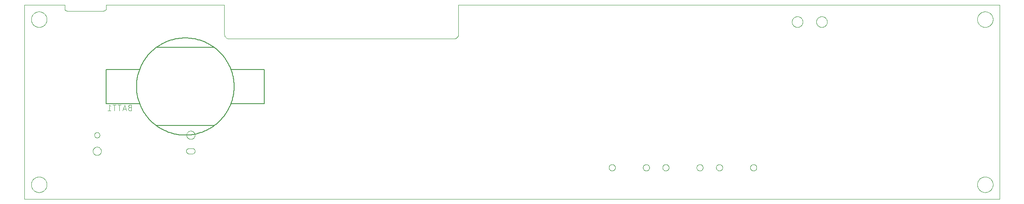
<source format=gbo>
G75*
%MOIN*%
%OFA0B0*%
%FSLAX25Y25*%
%IPPOS*%
%LPD*%
%AMOC8*
5,1,8,0,0,1.08239X$1,22.5*
%
%ADD10C,0.00000*%
%ADD11C,0.00500*%
%ADD12C,0.00400*%
D10*
X0060586Y0028959D02*
X0060586Y0186439D01*
X0093066Y0186439D01*
X0093066Y0183487D01*
X0093068Y0183401D01*
X0093073Y0183315D01*
X0093083Y0183230D01*
X0093096Y0183145D01*
X0093113Y0183061D01*
X0093133Y0182977D01*
X0093157Y0182895D01*
X0093185Y0182814D01*
X0093216Y0182733D01*
X0093250Y0182655D01*
X0093288Y0182578D01*
X0093330Y0182503D01*
X0093374Y0182429D01*
X0093422Y0182358D01*
X0093473Y0182288D01*
X0093527Y0182221D01*
X0093583Y0182157D01*
X0093643Y0182095D01*
X0093705Y0182035D01*
X0093769Y0181979D01*
X0093836Y0181925D01*
X0093906Y0181874D01*
X0093977Y0181826D01*
X0094051Y0181782D01*
X0094126Y0181740D01*
X0094203Y0181702D01*
X0094281Y0181668D01*
X0094362Y0181637D01*
X0094443Y0181609D01*
X0094525Y0181585D01*
X0094609Y0181565D01*
X0094693Y0181548D01*
X0094778Y0181535D01*
X0094863Y0181525D01*
X0094949Y0181520D01*
X0095035Y0181518D01*
X0124562Y0181518D01*
X0124648Y0181520D01*
X0124734Y0181525D01*
X0124819Y0181535D01*
X0124904Y0181548D01*
X0124988Y0181565D01*
X0125072Y0181585D01*
X0125154Y0181609D01*
X0125235Y0181637D01*
X0125316Y0181668D01*
X0125394Y0181702D01*
X0125471Y0181740D01*
X0125547Y0181782D01*
X0125620Y0181826D01*
X0125691Y0181874D01*
X0125761Y0181925D01*
X0125828Y0181979D01*
X0125892Y0182035D01*
X0125954Y0182095D01*
X0126014Y0182157D01*
X0126070Y0182221D01*
X0126124Y0182288D01*
X0126175Y0182358D01*
X0126223Y0182429D01*
X0126267Y0182503D01*
X0126309Y0182578D01*
X0126347Y0182655D01*
X0126381Y0182733D01*
X0126412Y0182814D01*
X0126440Y0182895D01*
X0126464Y0182977D01*
X0126484Y0183061D01*
X0126501Y0183145D01*
X0126514Y0183230D01*
X0126524Y0183315D01*
X0126529Y0183401D01*
X0126531Y0183487D01*
X0126531Y0186439D01*
X0222003Y0186439D01*
X0222003Y0162817D01*
X0222005Y0162693D01*
X0222011Y0162570D01*
X0222020Y0162446D01*
X0222034Y0162324D01*
X0222051Y0162201D01*
X0222073Y0162079D01*
X0222098Y0161958D01*
X0222127Y0161838D01*
X0222159Y0161719D01*
X0222196Y0161600D01*
X0222236Y0161483D01*
X0222279Y0161368D01*
X0222327Y0161253D01*
X0222378Y0161141D01*
X0222432Y0161030D01*
X0222490Y0160920D01*
X0222551Y0160813D01*
X0222616Y0160707D01*
X0222684Y0160604D01*
X0222755Y0160503D01*
X0222829Y0160404D01*
X0222906Y0160307D01*
X0222987Y0160213D01*
X0223070Y0160122D01*
X0223156Y0160033D01*
X0223245Y0159947D01*
X0223336Y0159864D01*
X0223430Y0159783D01*
X0223527Y0159706D01*
X0223626Y0159632D01*
X0223727Y0159561D01*
X0223830Y0159493D01*
X0223936Y0159428D01*
X0224043Y0159367D01*
X0224153Y0159309D01*
X0224264Y0159255D01*
X0224376Y0159204D01*
X0224491Y0159156D01*
X0224606Y0159113D01*
X0224723Y0159073D01*
X0224842Y0159036D01*
X0224961Y0159004D01*
X0225081Y0158975D01*
X0225202Y0158950D01*
X0225324Y0158928D01*
X0225447Y0158911D01*
X0225569Y0158897D01*
X0225693Y0158888D01*
X0225816Y0158882D01*
X0225940Y0158880D01*
X0407043Y0158880D01*
X0407167Y0158882D01*
X0407290Y0158888D01*
X0407414Y0158897D01*
X0407536Y0158911D01*
X0407659Y0158928D01*
X0407781Y0158950D01*
X0407902Y0158975D01*
X0408022Y0159004D01*
X0408141Y0159036D01*
X0408260Y0159073D01*
X0408377Y0159113D01*
X0408492Y0159156D01*
X0408607Y0159204D01*
X0408719Y0159255D01*
X0408830Y0159309D01*
X0408940Y0159367D01*
X0409047Y0159428D01*
X0409153Y0159493D01*
X0409256Y0159561D01*
X0409357Y0159632D01*
X0409456Y0159706D01*
X0409553Y0159783D01*
X0409647Y0159864D01*
X0409738Y0159947D01*
X0409827Y0160033D01*
X0409913Y0160122D01*
X0409996Y0160213D01*
X0410077Y0160307D01*
X0410154Y0160404D01*
X0410228Y0160503D01*
X0410299Y0160604D01*
X0410367Y0160707D01*
X0410432Y0160813D01*
X0410493Y0160920D01*
X0410551Y0161030D01*
X0410605Y0161141D01*
X0410656Y0161253D01*
X0410704Y0161368D01*
X0410747Y0161483D01*
X0410787Y0161600D01*
X0410824Y0161719D01*
X0410856Y0161838D01*
X0410885Y0161958D01*
X0410910Y0162079D01*
X0410932Y0162201D01*
X0410949Y0162324D01*
X0410963Y0162446D01*
X0410972Y0162570D01*
X0410978Y0162693D01*
X0410980Y0162817D01*
X0410980Y0186439D01*
X0847987Y0186439D01*
X0847987Y0028959D01*
X0060586Y0028959D01*
X0066098Y0040770D02*
X0066100Y0040928D01*
X0066106Y0041086D01*
X0066116Y0041244D01*
X0066130Y0041402D01*
X0066148Y0041559D01*
X0066169Y0041716D01*
X0066195Y0041872D01*
X0066225Y0042028D01*
X0066258Y0042183D01*
X0066296Y0042336D01*
X0066337Y0042489D01*
X0066382Y0042641D01*
X0066431Y0042792D01*
X0066484Y0042941D01*
X0066540Y0043089D01*
X0066600Y0043235D01*
X0066664Y0043380D01*
X0066732Y0043523D01*
X0066803Y0043665D01*
X0066877Y0043805D01*
X0066955Y0043942D01*
X0067037Y0044078D01*
X0067121Y0044212D01*
X0067210Y0044343D01*
X0067301Y0044472D01*
X0067396Y0044599D01*
X0067493Y0044724D01*
X0067594Y0044846D01*
X0067698Y0044965D01*
X0067805Y0045082D01*
X0067915Y0045196D01*
X0068028Y0045307D01*
X0068143Y0045416D01*
X0068261Y0045521D01*
X0068382Y0045623D01*
X0068505Y0045723D01*
X0068631Y0045819D01*
X0068759Y0045912D01*
X0068889Y0046002D01*
X0069022Y0046088D01*
X0069157Y0046172D01*
X0069293Y0046251D01*
X0069432Y0046328D01*
X0069573Y0046400D01*
X0069715Y0046470D01*
X0069859Y0046535D01*
X0070005Y0046597D01*
X0070152Y0046655D01*
X0070301Y0046710D01*
X0070451Y0046761D01*
X0070602Y0046808D01*
X0070754Y0046851D01*
X0070907Y0046890D01*
X0071062Y0046926D01*
X0071217Y0046957D01*
X0071373Y0046985D01*
X0071529Y0047009D01*
X0071686Y0047029D01*
X0071844Y0047045D01*
X0072001Y0047057D01*
X0072160Y0047065D01*
X0072318Y0047069D01*
X0072476Y0047069D01*
X0072634Y0047065D01*
X0072793Y0047057D01*
X0072950Y0047045D01*
X0073108Y0047029D01*
X0073265Y0047009D01*
X0073421Y0046985D01*
X0073577Y0046957D01*
X0073732Y0046926D01*
X0073887Y0046890D01*
X0074040Y0046851D01*
X0074192Y0046808D01*
X0074343Y0046761D01*
X0074493Y0046710D01*
X0074642Y0046655D01*
X0074789Y0046597D01*
X0074935Y0046535D01*
X0075079Y0046470D01*
X0075221Y0046400D01*
X0075362Y0046328D01*
X0075501Y0046251D01*
X0075637Y0046172D01*
X0075772Y0046088D01*
X0075905Y0046002D01*
X0076035Y0045912D01*
X0076163Y0045819D01*
X0076289Y0045723D01*
X0076412Y0045623D01*
X0076533Y0045521D01*
X0076651Y0045416D01*
X0076766Y0045307D01*
X0076879Y0045196D01*
X0076989Y0045082D01*
X0077096Y0044965D01*
X0077200Y0044846D01*
X0077301Y0044724D01*
X0077398Y0044599D01*
X0077493Y0044472D01*
X0077584Y0044343D01*
X0077673Y0044212D01*
X0077757Y0044078D01*
X0077839Y0043942D01*
X0077917Y0043805D01*
X0077991Y0043665D01*
X0078062Y0043523D01*
X0078130Y0043380D01*
X0078194Y0043235D01*
X0078254Y0043089D01*
X0078310Y0042941D01*
X0078363Y0042792D01*
X0078412Y0042641D01*
X0078457Y0042489D01*
X0078498Y0042336D01*
X0078536Y0042183D01*
X0078569Y0042028D01*
X0078599Y0041872D01*
X0078625Y0041716D01*
X0078646Y0041559D01*
X0078664Y0041402D01*
X0078678Y0041244D01*
X0078688Y0041086D01*
X0078694Y0040928D01*
X0078696Y0040770D01*
X0078694Y0040612D01*
X0078688Y0040454D01*
X0078678Y0040296D01*
X0078664Y0040138D01*
X0078646Y0039981D01*
X0078625Y0039824D01*
X0078599Y0039668D01*
X0078569Y0039512D01*
X0078536Y0039357D01*
X0078498Y0039204D01*
X0078457Y0039051D01*
X0078412Y0038899D01*
X0078363Y0038748D01*
X0078310Y0038599D01*
X0078254Y0038451D01*
X0078194Y0038305D01*
X0078130Y0038160D01*
X0078062Y0038017D01*
X0077991Y0037875D01*
X0077917Y0037735D01*
X0077839Y0037598D01*
X0077757Y0037462D01*
X0077673Y0037328D01*
X0077584Y0037197D01*
X0077493Y0037068D01*
X0077398Y0036941D01*
X0077301Y0036816D01*
X0077200Y0036694D01*
X0077096Y0036575D01*
X0076989Y0036458D01*
X0076879Y0036344D01*
X0076766Y0036233D01*
X0076651Y0036124D01*
X0076533Y0036019D01*
X0076412Y0035917D01*
X0076289Y0035817D01*
X0076163Y0035721D01*
X0076035Y0035628D01*
X0075905Y0035538D01*
X0075772Y0035452D01*
X0075637Y0035368D01*
X0075501Y0035289D01*
X0075362Y0035212D01*
X0075221Y0035140D01*
X0075079Y0035070D01*
X0074935Y0035005D01*
X0074789Y0034943D01*
X0074642Y0034885D01*
X0074493Y0034830D01*
X0074343Y0034779D01*
X0074192Y0034732D01*
X0074040Y0034689D01*
X0073887Y0034650D01*
X0073732Y0034614D01*
X0073577Y0034583D01*
X0073421Y0034555D01*
X0073265Y0034531D01*
X0073108Y0034511D01*
X0072950Y0034495D01*
X0072793Y0034483D01*
X0072634Y0034475D01*
X0072476Y0034471D01*
X0072318Y0034471D01*
X0072160Y0034475D01*
X0072001Y0034483D01*
X0071844Y0034495D01*
X0071686Y0034511D01*
X0071529Y0034531D01*
X0071373Y0034555D01*
X0071217Y0034583D01*
X0071062Y0034614D01*
X0070907Y0034650D01*
X0070754Y0034689D01*
X0070602Y0034732D01*
X0070451Y0034779D01*
X0070301Y0034830D01*
X0070152Y0034885D01*
X0070005Y0034943D01*
X0069859Y0035005D01*
X0069715Y0035070D01*
X0069573Y0035140D01*
X0069432Y0035212D01*
X0069293Y0035289D01*
X0069157Y0035368D01*
X0069022Y0035452D01*
X0068889Y0035538D01*
X0068759Y0035628D01*
X0068631Y0035721D01*
X0068505Y0035817D01*
X0068382Y0035917D01*
X0068261Y0036019D01*
X0068143Y0036124D01*
X0068028Y0036233D01*
X0067915Y0036344D01*
X0067805Y0036458D01*
X0067698Y0036575D01*
X0067594Y0036694D01*
X0067493Y0036816D01*
X0067396Y0036941D01*
X0067301Y0037068D01*
X0067210Y0037197D01*
X0067121Y0037328D01*
X0067037Y0037462D01*
X0066955Y0037598D01*
X0066877Y0037735D01*
X0066803Y0037875D01*
X0066732Y0038017D01*
X0066664Y0038160D01*
X0066600Y0038305D01*
X0066540Y0038451D01*
X0066484Y0038599D01*
X0066431Y0038748D01*
X0066382Y0038899D01*
X0066337Y0039051D01*
X0066296Y0039204D01*
X0066258Y0039357D01*
X0066225Y0039512D01*
X0066195Y0039668D01*
X0066169Y0039824D01*
X0066148Y0039981D01*
X0066130Y0040138D01*
X0066116Y0040296D01*
X0066106Y0040454D01*
X0066100Y0040612D01*
X0066098Y0040770D01*
X0115901Y0067935D02*
X0115903Y0068050D01*
X0115909Y0068166D01*
X0115919Y0068281D01*
X0115933Y0068396D01*
X0115951Y0068510D01*
X0115973Y0068623D01*
X0115998Y0068736D01*
X0116028Y0068847D01*
X0116061Y0068958D01*
X0116098Y0069067D01*
X0116139Y0069175D01*
X0116184Y0069282D01*
X0116232Y0069387D01*
X0116284Y0069490D01*
X0116340Y0069591D01*
X0116399Y0069691D01*
X0116461Y0069788D01*
X0116527Y0069883D01*
X0116595Y0069976D01*
X0116667Y0070066D01*
X0116742Y0070154D01*
X0116821Y0070239D01*
X0116902Y0070321D01*
X0116985Y0070401D01*
X0117072Y0070477D01*
X0117161Y0070551D01*
X0117252Y0070621D01*
X0117346Y0070689D01*
X0117442Y0070753D01*
X0117541Y0070813D01*
X0117641Y0070870D01*
X0117743Y0070924D01*
X0117847Y0070974D01*
X0117953Y0071021D01*
X0118060Y0071064D01*
X0118169Y0071103D01*
X0118279Y0071138D01*
X0118390Y0071169D01*
X0118502Y0071197D01*
X0118615Y0071221D01*
X0118729Y0071241D01*
X0118844Y0071257D01*
X0118959Y0071269D01*
X0119074Y0071277D01*
X0119189Y0071281D01*
X0119305Y0071281D01*
X0119420Y0071277D01*
X0119535Y0071269D01*
X0119650Y0071257D01*
X0119765Y0071241D01*
X0119879Y0071221D01*
X0119992Y0071197D01*
X0120104Y0071169D01*
X0120215Y0071138D01*
X0120325Y0071103D01*
X0120434Y0071064D01*
X0120541Y0071021D01*
X0120647Y0070974D01*
X0120751Y0070924D01*
X0120853Y0070870D01*
X0120953Y0070813D01*
X0121052Y0070753D01*
X0121148Y0070689D01*
X0121242Y0070621D01*
X0121333Y0070551D01*
X0121422Y0070477D01*
X0121509Y0070401D01*
X0121592Y0070321D01*
X0121673Y0070239D01*
X0121752Y0070154D01*
X0121827Y0070066D01*
X0121899Y0069976D01*
X0121967Y0069883D01*
X0122033Y0069788D01*
X0122095Y0069691D01*
X0122154Y0069591D01*
X0122210Y0069490D01*
X0122262Y0069387D01*
X0122310Y0069282D01*
X0122355Y0069175D01*
X0122396Y0069067D01*
X0122433Y0068958D01*
X0122466Y0068847D01*
X0122496Y0068736D01*
X0122521Y0068623D01*
X0122543Y0068510D01*
X0122561Y0068396D01*
X0122575Y0068281D01*
X0122585Y0068166D01*
X0122591Y0068050D01*
X0122593Y0067935D01*
X0122591Y0067820D01*
X0122585Y0067704D01*
X0122575Y0067589D01*
X0122561Y0067474D01*
X0122543Y0067360D01*
X0122521Y0067247D01*
X0122496Y0067134D01*
X0122466Y0067023D01*
X0122433Y0066912D01*
X0122396Y0066803D01*
X0122355Y0066695D01*
X0122310Y0066588D01*
X0122262Y0066483D01*
X0122210Y0066380D01*
X0122154Y0066279D01*
X0122095Y0066179D01*
X0122033Y0066082D01*
X0121967Y0065987D01*
X0121899Y0065894D01*
X0121827Y0065804D01*
X0121752Y0065716D01*
X0121673Y0065631D01*
X0121592Y0065549D01*
X0121509Y0065469D01*
X0121422Y0065393D01*
X0121333Y0065319D01*
X0121242Y0065249D01*
X0121148Y0065181D01*
X0121052Y0065117D01*
X0120953Y0065057D01*
X0120853Y0065000D01*
X0120751Y0064946D01*
X0120647Y0064896D01*
X0120541Y0064849D01*
X0120434Y0064806D01*
X0120325Y0064767D01*
X0120215Y0064732D01*
X0120104Y0064701D01*
X0119992Y0064673D01*
X0119879Y0064649D01*
X0119765Y0064629D01*
X0119650Y0064613D01*
X0119535Y0064601D01*
X0119420Y0064593D01*
X0119305Y0064589D01*
X0119189Y0064589D01*
X0119074Y0064593D01*
X0118959Y0064601D01*
X0118844Y0064613D01*
X0118729Y0064629D01*
X0118615Y0064649D01*
X0118502Y0064673D01*
X0118390Y0064701D01*
X0118279Y0064732D01*
X0118169Y0064767D01*
X0118060Y0064806D01*
X0117953Y0064849D01*
X0117847Y0064896D01*
X0117743Y0064946D01*
X0117641Y0065000D01*
X0117541Y0065057D01*
X0117442Y0065117D01*
X0117346Y0065181D01*
X0117252Y0065249D01*
X0117161Y0065319D01*
X0117072Y0065393D01*
X0116985Y0065469D01*
X0116902Y0065549D01*
X0116821Y0065631D01*
X0116742Y0065716D01*
X0116667Y0065804D01*
X0116595Y0065894D01*
X0116527Y0065987D01*
X0116461Y0066082D01*
X0116399Y0066179D01*
X0116340Y0066279D01*
X0116284Y0066380D01*
X0116232Y0066483D01*
X0116184Y0066588D01*
X0116139Y0066695D01*
X0116098Y0066803D01*
X0116061Y0066912D01*
X0116028Y0067023D01*
X0115998Y0067134D01*
X0115973Y0067247D01*
X0115951Y0067360D01*
X0115933Y0067474D01*
X0115919Y0067589D01*
X0115909Y0067704D01*
X0115903Y0067820D01*
X0115901Y0067935D01*
X0117082Y0080928D02*
X0117084Y0081021D01*
X0117090Y0081113D01*
X0117100Y0081205D01*
X0117114Y0081296D01*
X0117131Y0081387D01*
X0117153Y0081477D01*
X0117178Y0081566D01*
X0117207Y0081654D01*
X0117240Y0081740D01*
X0117277Y0081825D01*
X0117317Y0081909D01*
X0117361Y0081990D01*
X0117408Y0082070D01*
X0117458Y0082148D01*
X0117512Y0082223D01*
X0117569Y0082296D01*
X0117629Y0082366D01*
X0117692Y0082434D01*
X0117758Y0082499D01*
X0117826Y0082561D01*
X0117897Y0082621D01*
X0117971Y0082677D01*
X0118047Y0082730D01*
X0118125Y0082779D01*
X0118205Y0082826D01*
X0118287Y0082868D01*
X0118371Y0082908D01*
X0118456Y0082943D01*
X0118543Y0082975D01*
X0118631Y0083004D01*
X0118720Y0083028D01*
X0118810Y0083049D01*
X0118901Y0083065D01*
X0118993Y0083078D01*
X0119085Y0083087D01*
X0119178Y0083092D01*
X0119270Y0083093D01*
X0119363Y0083090D01*
X0119455Y0083083D01*
X0119547Y0083072D01*
X0119638Y0083057D01*
X0119729Y0083039D01*
X0119819Y0083016D01*
X0119907Y0082990D01*
X0119995Y0082960D01*
X0120081Y0082926D01*
X0120165Y0082889D01*
X0120248Y0082847D01*
X0120329Y0082803D01*
X0120409Y0082755D01*
X0120486Y0082704D01*
X0120560Y0082649D01*
X0120633Y0082591D01*
X0120703Y0082531D01*
X0120770Y0082467D01*
X0120834Y0082401D01*
X0120896Y0082331D01*
X0120954Y0082260D01*
X0121009Y0082186D01*
X0121061Y0082109D01*
X0121110Y0082030D01*
X0121156Y0081950D01*
X0121198Y0081867D01*
X0121236Y0081783D01*
X0121271Y0081697D01*
X0121302Y0081610D01*
X0121329Y0081522D01*
X0121352Y0081432D01*
X0121372Y0081342D01*
X0121388Y0081251D01*
X0121400Y0081159D01*
X0121408Y0081067D01*
X0121412Y0080974D01*
X0121412Y0080882D01*
X0121408Y0080789D01*
X0121400Y0080697D01*
X0121388Y0080605D01*
X0121372Y0080514D01*
X0121352Y0080424D01*
X0121329Y0080334D01*
X0121302Y0080246D01*
X0121271Y0080159D01*
X0121236Y0080073D01*
X0121198Y0079989D01*
X0121156Y0079906D01*
X0121110Y0079826D01*
X0121061Y0079747D01*
X0121009Y0079670D01*
X0120954Y0079596D01*
X0120896Y0079525D01*
X0120834Y0079455D01*
X0120770Y0079389D01*
X0120703Y0079325D01*
X0120633Y0079265D01*
X0120560Y0079207D01*
X0120486Y0079152D01*
X0120409Y0079101D01*
X0120330Y0079053D01*
X0120248Y0079009D01*
X0120165Y0078967D01*
X0120081Y0078930D01*
X0119995Y0078896D01*
X0119907Y0078866D01*
X0119819Y0078840D01*
X0119729Y0078817D01*
X0119638Y0078799D01*
X0119547Y0078784D01*
X0119455Y0078773D01*
X0119363Y0078766D01*
X0119270Y0078763D01*
X0119178Y0078764D01*
X0119085Y0078769D01*
X0118993Y0078778D01*
X0118901Y0078791D01*
X0118810Y0078807D01*
X0118720Y0078828D01*
X0118631Y0078852D01*
X0118543Y0078881D01*
X0118456Y0078913D01*
X0118371Y0078948D01*
X0118287Y0078988D01*
X0118205Y0079030D01*
X0118125Y0079077D01*
X0118047Y0079126D01*
X0117971Y0079179D01*
X0117897Y0079235D01*
X0117826Y0079295D01*
X0117758Y0079357D01*
X0117692Y0079422D01*
X0117629Y0079490D01*
X0117569Y0079560D01*
X0117512Y0079633D01*
X0117458Y0079708D01*
X0117408Y0079786D01*
X0117361Y0079866D01*
X0117317Y0079947D01*
X0117277Y0080031D01*
X0117240Y0080116D01*
X0117207Y0080202D01*
X0117178Y0080290D01*
X0117153Y0080379D01*
X0117131Y0080469D01*
X0117114Y0080560D01*
X0117100Y0080651D01*
X0117090Y0080743D01*
X0117084Y0080835D01*
X0117082Y0080928D01*
X0193460Y0070101D02*
X0196216Y0070101D01*
X0196308Y0070095D01*
X0196399Y0070085D01*
X0196490Y0070071D01*
X0196580Y0070053D01*
X0196669Y0070032D01*
X0196758Y0070006D01*
X0196845Y0069977D01*
X0196931Y0069945D01*
X0197015Y0069909D01*
X0197098Y0069869D01*
X0197179Y0069826D01*
X0197258Y0069779D01*
X0197335Y0069729D01*
X0197410Y0069676D01*
X0197483Y0069619D01*
X0197553Y0069560D01*
X0197620Y0069498D01*
X0197685Y0069433D01*
X0197747Y0069365D01*
X0197807Y0069295D01*
X0197863Y0069222D01*
X0197916Y0069147D01*
X0197965Y0069070D01*
X0198012Y0068991D01*
X0198055Y0068909D01*
X0198094Y0068826D01*
X0198130Y0068742D01*
X0198163Y0068656D01*
X0198191Y0068569D01*
X0198216Y0068480D01*
X0198238Y0068391D01*
X0198255Y0068301D01*
X0198269Y0068210D01*
X0198278Y0068119D01*
X0198284Y0068027D01*
X0198286Y0067935D01*
X0198284Y0067843D01*
X0198278Y0067751D01*
X0198269Y0067660D01*
X0198255Y0067569D01*
X0198238Y0067479D01*
X0198216Y0067390D01*
X0198191Y0067301D01*
X0198163Y0067214D01*
X0198130Y0067128D01*
X0198094Y0067044D01*
X0198055Y0066961D01*
X0198012Y0066879D01*
X0197965Y0066800D01*
X0197916Y0066723D01*
X0197863Y0066648D01*
X0197807Y0066575D01*
X0197747Y0066505D01*
X0197685Y0066437D01*
X0197620Y0066372D01*
X0197553Y0066310D01*
X0197483Y0066251D01*
X0197410Y0066194D01*
X0197335Y0066141D01*
X0197258Y0066091D01*
X0197179Y0066044D01*
X0197098Y0066001D01*
X0197015Y0065961D01*
X0196931Y0065925D01*
X0196845Y0065893D01*
X0196758Y0065864D01*
X0196669Y0065838D01*
X0196580Y0065817D01*
X0196490Y0065799D01*
X0196399Y0065785D01*
X0196308Y0065775D01*
X0196216Y0065769D01*
X0196216Y0065770D02*
X0193460Y0065770D01*
X0193368Y0065772D01*
X0193276Y0065778D01*
X0193185Y0065788D01*
X0193094Y0065801D01*
X0193004Y0065819D01*
X0192914Y0065840D01*
X0192826Y0065865D01*
X0192739Y0065894D01*
X0192653Y0065926D01*
X0192568Y0065962D01*
X0192485Y0066002D01*
X0192404Y0066045D01*
X0192325Y0066091D01*
X0192248Y0066141D01*
X0192173Y0066194D01*
X0192100Y0066251D01*
X0192030Y0066310D01*
X0191962Y0066372D01*
X0191897Y0066437D01*
X0191835Y0066505D01*
X0191776Y0066575D01*
X0191719Y0066648D01*
X0191666Y0066723D01*
X0191616Y0066800D01*
X0191570Y0066879D01*
X0191527Y0066960D01*
X0191487Y0067043D01*
X0191451Y0067128D01*
X0191419Y0067214D01*
X0191390Y0067301D01*
X0191365Y0067389D01*
X0191344Y0067479D01*
X0191326Y0067569D01*
X0191313Y0067660D01*
X0191303Y0067751D01*
X0191297Y0067843D01*
X0191295Y0067935D01*
X0191297Y0068027D01*
X0191303Y0068119D01*
X0191313Y0068210D01*
X0191326Y0068301D01*
X0191344Y0068391D01*
X0191365Y0068481D01*
X0191390Y0068569D01*
X0191419Y0068656D01*
X0191451Y0068742D01*
X0191487Y0068827D01*
X0191527Y0068910D01*
X0191570Y0068991D01*
X0191616Y0069070D01*
X0191666Y0069147D01*
X0191719Y0069222D01*
X0191776Y0069295D01*
X0191835Y0069365D01*
X0191897Y0069433D01*
X0191962Y0069498D01*
X0192030Y0069560D01*
X0192100Y0069619D01*
X0192173Y0069676D01*
X0192248Y0069729D01*
X0192325Y0069779D01*
X0192404Y0069825D01*
X0192485Y0069868D01*
X0192568Y0069908D01*
X0192653Y0069944D01*
X0192739Y0069976D01*
X0192826Y0070005D01*
X0192914Y0070030D01*
X0193004Y0070051D01*
X0193094Y0070069D01*
X0193185Y0070082D01*
X0193276Y0070092D01*
X0193368Y0070098D01*
X0193460Y0070100D01*
X0191492Y0080928D02*
X0191494Y0081043D01*
X0191500Y0081159D01*
X0191510Y0081274D01*
X0191524Y0081389D01*
X0191542Y0081503D01*
X0191564Y0081616D01*
X0191589Y0081729D01*
X0191619Y0081840D01*
X0191652Y0081951D01*
X0191689Y0082060D01*
X0191730Y0082168D01*
X0191775Y0082275D01*
X0191823Y0082380D01*
X0191875Y0082483D01*
X0191931Y0082584D01*
X0191990Y0082684D01*
X0192052Y0082781D01*
X0192118Y0082876D01*
X0192186Y0082969D01*
X0192258Y0083059D01*
X0192333Y0083147D01*
X0192412Y0083232D01*
X0192493Y0083314D01*
X0192576Y0083394D01*
X0192663Y0083470D01*
X0192752Y0083544D01*
X0192843Y0083614D01*
X0192937Y0083682D01*
X0193033Y0083746D01*
X0193132Y0083806D01*
X0193232Y0083863D01*
X0193334Y0083917D01*
X0193438Y0083967D01*
X0193544Y0084014D01*
X0193651Y0084057D01*
X0193760Y0084096D01*
X0193870Y0084131D01*
X0193981Y0084162D01*
X0194093Y0084190D01*
X0194206Y0084214D01*
X0194320Y0084234D01*
X0194435Y0084250D01*
X0194550Y0084262D01*
X0194665Y0084270D01*
X0194780Y0084274D01*
X0194896Y0084274D01*
X0195011Y0084270D01*
X0195126Y0084262D01*
X0195241Y0084250D01*
X0195356Y0084234D01*
X0195470Y0084214D01*
X0195583Y0084190D01*
X0195695Y0084162D01*
X0195806Y0084131D01*
X0195916Y0084096D01*
X0196025Y0084057D01*
X0196132Y0084014D01*
X0196238Y0083967D01*
X0196342Y0083917D01*
X0196444Y0083863D01*
X0196544Y0083806D01*
X0196643Y0083746D01*
X0196739Y0083682D01*
X0196833Y0083614D01*
X0196924Y0083544D01*
X0197013Y0083470D01*
X0197100Y0083394D01*
X0197183Y0083314D01*
X0197264Y0083232D01*
X0197343Y0083147D01*
X0197418Y0083059D01*
X0197490Y0082969D01*
X0197558Y0082876D01*
X0197624Y0082781D01*
X0197686Y0082684D01*
X0197745Y0082584D01*
X0197801Y0082483D01*
X0197853Y0082380D01*
X0197901Y0082275D01*
X0197946Y0082168D01*
X0197987Y0082060D01*
X0198024Y0081951D01*
X0198057Y0081840D01*
X0198087Y0081729D01*
X0198112Y0081616D01*
X0198134Y0081503D01*
X0198152Y0081389D01*
X0198166Y0081274D01*
X0198176Y0081159D01*
X0198182Y0081043D01*
X0198184Y0080928D01*
X0198182Y0080813D01*
X0198176Y0080697D01*
X0198166Y0080582D01*
X0198152Y0080467D01*
X0198134Y0080353D01*
X0198112Y0080240D01*
X0198087Y0080127D01*
X0198057Y0080016D01*
X0198024Y0079905D01*
X0197987Y0079796D01*
X0197946Y0079688D01*
X0197901Y0079581D01*
X0197853Y0079476D01*
X0197801Y0079373D01*
X0197745Y0079272D01*
X0197686Y0079172D01*
X0197624Y0079075D01*
X0197558Y0078980D01*
X0197490Y0078887D01*
X0197418Y0078797D01*
X0197343Y0078709D01*
X0197264Y0078624D01*
X0197183Y0078542D01*
X0197100Y0078462D01*
X0197013Y0078386D01*
X0196924Y0078312D01*
X0196833Y0078242D01*
X0196739Y0078174D01*
X0196643Y0078110D01*
X0196544Y0078050D01*
X0196444Y0077993D01*
X0196342Y0077939D01*
X0196238Y0077889D01*
X0196132Y0077842D01*
X0196025Y0077799D01*
X0195916Y0077760D01*
X0195806Y0077725D01*
X0195695Y0077694D01*
X0195583Y0077666D01*
X0195470Y0077642D01*
X0195356Y0077622D01*
X0195241Y0077606D01*
X0195126Y0077594D01*
X0195011Y0077586D01*
X0194896Y0077582D01*
X0194780Y0077582D01*
X0194665Y0077586D01*
X0194550Y0077594D01*
X0194435Y0077606D01*
X0194320Y0077622D01*
X0194206Y0077642D01*
X0194093Y0077666D01*
X0193981Y0077694D01*
X0193870Y0077725D01*
X0193760Y0077760D01*
X0193651Y0077799D01*
X0193544Y0077842D01*
X0193438Y0077889D01*
X0193334Y0077939D01*
X0193232Y0077993D01*
X0193132Y0078050D01*
X0193033Y0078110D01*
X0192937Y0078174D01*
X0192843Y0078242D01*
X0192752Y0078312D01*
X0192663Y0078386D01*
X0192576Y0078462D01*
X0192493Y0078542D01*
X0192412Y0078624D01*
X0192333Y0078709D01*
X0192258Y0078797D01*
X0192186Y0078887D01*
X0192118Y0078980D01*
X0192052Y0079075D01*
X0191990Y0079172D01*
X0191931Y0079272D01*
X0191875Y0079373D01*
X0191823Y0079476D01*
X0191775Y0079581D01*
X0191730Y0079688D01*
X0191689Y0079796D01*
X0191652Y0079905D01*
X0191619Y0080016D01*
X0191589Y0080127D01*
X0191564Y0080240D01*
X0191542Y0080353D01*
X0191524Y0080467D01*
X0191510Y0080582D01*
X0191500Y0080697D01*
X0191494Y0080813D01*
X0191492Y0080928D01*
X0066098Y0174628D02*
X0066100Y0174786D01*
X0066106Y0174944D01*
X0066116Y0175102D01*
X0066130Y0175260D01*
X0066148Y0175417D01*
X0066169Y0175574D01*
X0066195Y0175730D01*
X0066225Y0175886D01*
X0066258Y0176041D01*
X0066296Y0176194D01*
X0066337Y0176347D01*
X0066382Y0176499D01*
X0066431Y0176650D01*
X0066484Y0176799D01*
X0066540Y0176947D01*
X0066600Y0177093D01*
X0066664Y0177238D01*
X0066732Y0177381D01*
X0066803Y0177523D01*
X0066877Y0177663D01*
X0066955Y0177800D01*
X0067037Y0177936D01*
X0067121Y0178070D01*
X0067210Y0178201D01*
X0067301Y0178330D01*
X0067396Y0178457D01*
X0067493Y0178582D01*
X0067594Y0178704D01*
X0067698Y0178823D01*
X0067805Y0178940D01*
X0067915Y0179054D01*
X0068028Y0179165D01*
X0068143Y0179274D01*
X0068261Y0179379D01*
X0068382Y0179481D01*
X0068505Y0179581D01*
X0068631Y0179677D01*
X0068759Y0179770D01*
X0068889Y0179860D01*
X0069022Y0179946D01*
X0069157Y0180030D01*
X0069293Y0180109D01*
X0069432Y0180186D01*
X0069573Y0180258D01*
X0069715Y0180328D01*
X0069859Y0180393D01*
X0070005Y0180455D01*
X0070152Y0180513D01*
X0070301Y0180568D01*
X0070451Y0180619D01*
X0070602Y0180666D01*
X0070754Y0180709D01*
X0070907Y0180748D01*
X0071062Y0180784D01*
X0071217Y0180815D01*
X0071373Y0180843D01*
X0071529Y0180867D01*
X0071686Y0180887D01*
X0071844Y0180903D01*
X0072001Y0180915D01*
X0072160Y0180923D01*
X0072318Y0180927D01*
X0072476Y0180927D01*
X0072634Y0180923D01*
X0072793Y0180915D01*
X0072950Y0180903D01*
X0073108Y0180887D01*
X0073265Y0180867D01*
X0073421Y0180843D01*
X0073577Y0180815D01*
X0073732Y0180784D01*
X0073887Y0180748D01*
X0074040Y0180709D01*
X0074192Y0180666D01*
X0074343Y0180619D01*
X0074493Y0180568D01*
X0074642Y0180513D01*
X0074789Y0180455D01*
X0074935Y0180393D01*
X0075079Y0180328D01*
X0075221Y0180258D01*
X0075362Y0180186D01*
X0075501Y0180109D01*
X0075637Y0180030D01*
X0075772Y0179946D01*
X0075905Y0179860D01*
X0076035Y0179770D01*
X0076163Y0179677D01*
X0076289Y0179581D01*
X0076412Y0179481D01*
X0076533Y0179379D01*
X0076651Y0179274D01*
X0076766Y0179165D01*
X0076879Y0179054D01*
X0076989Y0178940D01*
X0077096Y0178823D01*
X0077200Y0178704D01*
X0077301Y0178582D01*
X0077398Y0178457D01*
X0077493Y0178330D01*
X0077584Y0178201D01*
X0077673Y0178070D01*
X0077757Y0177936D01*
X0077839Y0177800D01*
X0077917Y0177663D01*
X0077991Y0177523D01*
X0078062Y0177381D01*
X0078130Y0177238D01*
X0078194Y0177093D01*
X0078254Y0176947D01*
X0078310Y0176799D01*
X0078363Y0176650D01*
X0078412Y0176499D01*
X0078457Y0176347D01*
X0078498Y0176194D01*
X0078536Y0176041D01*
X0078569Y0175886D01*
X0078599Y0175730D01*
X0078625Y0175574D01*
X0078646Y0175417D01*
X0078664Y0175260D01*
X0078678Y0175102D01*
X0078688Y0174944D01*
X0078694Y0174786D01*
X0078696Y0174628D01*
X0078694Y0174470D01*
X0078688Y0174312D01*
X0078678Y0174154D01*
X0078664Y0173996D01*
X0078646Y0173839D01*
X0078625Y0173682D01*
X0078599Y0173526D01*
X0078569Y0173370D01*
X0078536Y0173215D01*
X0078498Y0173062D01*
X0078457Y0172909D01*
X0078412Y0172757D01*
X0078363Y0172606D01*
X0078310Y0172457D01*
X0078254Y0172309D01*
X0078194Y0172163D01*
X0078130Y0172018D01*
X0078062Y0171875D01*
X0077991Y0171733D01*
X0077917Y0171593D01*
X0077839Y0171456D01*
X0077757Y0171320D01*
X0077673Y0171186D01*
X0077584Y0171055D01*
X0077493Y0170926D01*
X0077398Y0170799D01*
X0077301Y0170674D01*
X0077200Y0170552D01*
X0077096Y0170433D01*
X0076989Y0170316D01*
X0076879Y0170202D01*
X0076766Y0170091D01*
X0076651Y0169982D01*
X0076533Y0169877D01*
X0076412Y0169775D01*
X0076289Y0169675D01*
X0076163Y0169579D01*
X0076035Y0169486D01*
X0075905Y0169396D01*
X0075772Y0169310D01*
X0075637Y0169226D01*
X0075501Y0169147D01*
X0075362Y0169070D01*
X0075221Y0168998D01*
X0075079Y0168928D01*
X0074935Y0168863D01*
X0074789Y0168801D01*
X0074642Y0168743D01*
X0074493Y0168688D01*
X0074343Y0168637D01*
X0074192Y0168590D01*
X0074040Y0168547D01*
X0073887Y0168508D01*
X0073732Y0168472D01*
X0073577Y0168441D01*
X0073421Y0168413D01*
X0073265Y0168389D01*
X0073108Y0168369D01*
X0072950Y0168353D01*
X0072793Y0168341D01*
X0072634Y0168333D01*
X0072476Y0168329D01*
X0072318Y0168329D01*
X0072160Y0168333D01*
X0072001Y0168341D01*
X0071844Y0168353D01*
X0071686Y0168369D01*
X0071529Y0168389D01*
X0071373Y0168413D01*
X0071217Y0168441D01*
X0071062Y0168472D01*
X0070907Y0168508D01*
X0070754Y0168547D01*
X0070602Y0168590D01*
X0070451Y0168637D01*
X0070301Y0168688D01*
X0070152Y0168743D01*
X0070005Y0168801D01*
X0069859Y0168863D01*
X0069715Y0168928D01*
X0069573Y0168998D01*
X0069432Y0169070D01*
X0069293Y0169147D01*
X0069157Y0169226D01*
X0069022Y0169310D01*
X0068889Y0169396D01*
X0068759Y0169486D01*
X0068631Y0169579D01*
X0068505Y0169675D01*
X0068382Y0169775D01*
X0068261Y0169877D01*
X0068143Y0169982D01*
X0068028Y0170091D01*
X0067915Y0170202D01*
X0067805Y0170316D01*
X0067698Y0170433D01*
X0067594Y0170552D01*
X0067493Y0170674D01*
X0067396Y0170799D01*
X0067301Y0170926D01*
X0067210Y0171055D01*
X0067121Y0171186D01*
X0067037Y0171320D01*
X0066955Y0171456D01*
X0066877Y0171593D01*
X0066803Y0171733D01*
X0066732Y0171875D01*
X0066664Y0172018D01*
X0066600Y0172163D01*
X0066540Y0172309D01*
X0066484Y0172457D01*
X0066431Y0172606D01*
X0066382Y0172757D01*
X0066337Y0172909D01*
X0066296Y0173062D01*
X0066258Y0173215D01*
X0066225Y0173370D01*
X0066195Y0173526D01*
X0066169Y0173682D01*
X0066148Y0173839D01*
X0066130Y0173996D01*
X0066116Y0174154D01*
X0066106Y0174312D01*
X0066100Y0174470D01*
X0066098Y0174628D01*
X0532436Y0054550D02*
X0532438Y0054651D01*
X0532444Y0054752D01*
X0532454Y0054853D01*
X0532468Y0054953D01*
X0532486Y0055052D01*
X0532508Y0055151D01*
X0532533Y0055249D01*
X0532563Y0055346D01*
X0532596Y0055441D01*
X0532633Y0055535D01*
X0532674Y0055628D01*
X0532718Y0055719D01*
X0532766Y0055808D01*
X0532818Y0055895D01*
X0532873Y0055980D01*
X0532931Y0056062D01*
X0532992Y0056143D01*
X0533057Y0056221D01*
X0533124Y0056296D01*
X0533194Y0056368D01*
X0533268Y0056438D01*
X0533344Y0056505D01*
X0533422Y0056569D01*
X0533503Y0056629D01*
X0533586Y0056686D01*
X0533672Y0056740D01*
X0533760Y0056791D01*
X0533849Y0056838D01*
X0533940Y0056882D01*
X0534033Y0056921D01*
X0534128Y0056958D01*
X0534223Y0056990D01*
X0534320Y0057019D01*
X0534419Y0057043D01*
X0534517Y0057064D01*
X0534617Y0057081D01*
X0534717Y0057094D01*
X0534818Y0057103D01*
X0534919Y0057108D01*
X0535020Y0057109D01*
X0535121Y0057106D01*
X0535222Y0057099D01*
X0535323Y0057088D01*
X0535423Y0057073D01*
X0535522Y0057054D01*
X0535621Y0057031D01*
X0535718Y0057005D01*
X0535815Y0056974D01*
X0535910Y0056940D01*
X0536003Y0056902D01*
X0536096Y0056860D01*
X0536186Y0056815D01*
X0536275Y0056766D01*
X0536361Y0056714D01*
X0536445Y0056658D01*
X0536528Y0056599D01*
X0536607Y0056537D01*
X0536685Y0056472D01*
X0536759Y0056404D01*
X0536831Y0056332D01*
X0536900Y0056259D01*
X0536966Y0056182D01*
X0537029Y0056103D01*
X0537089Y0056021D01*
X0537145Y0055937D01*
X0537198Y0055851D01*
X0537248Y0055763D01*
X0537294Y0055673D01*
X0537337Y0055582D01*
X0537376Y0055488D01*
X0537411Y0055393D01*
X0537442Y0055297D01*
X0537470Y0055200D01*
X0537494Y0055102D01*
X0537514Y0055003D01*
X0537530Y0054903D01*
X0537542Y0054802D01*
X0537550Y0054702D01*
X0537554Y0054601D01*
X0537554Y0054499D01*
X0537550Y0054398D01*
X0537542Y0054298D01*
X0537530Y0054197D01*
X0537514Y0054097D01*
X0537494Y0053998D01*
X0537470Y0053900D01*
X0537442Y0053803D01*
X0537411Y0053707D01*
X0537376Y0053612D01*
X0537337Y0053518D01*
X0537294Y0053427D01*
X0537248Y0053337D01*
X0537198Y0053249D01*
X0537145Y0053163D01*
X0537089Y0053079D01*
X0537029Y0052997D01*
X0536966Y0052918D01*
X0536900Y0052841D01*
X0536831Y0052768D01*
X0536759Y0052696D01*
X0536685Y0052628D01*
X0536607Y0052563D01*
X0536528Y0052501D01*
X0536445Y0052442D01*
X0536361Y0052386D01*
X0536274Y0052334D01*
X0536186Y0052285D01*
X0536096Y0052240D01*
X0536003Y0052198D01*
X0535910Y0052160D01*
X0535815Y0052126D01*
X0535718Y0052095D01*
X0535621Y0052069D01*
X0535522Y0052046D01*
X0535423Y0052027D01*
X0535323Y0052012D01*
X0535222Y0052001D01*
X0535121Y0051994D01*
X0535020Y0051991D01*
X0534919Y0051992D01*
X0534818Y0051997D01*
X0534717Y0052006D01*
X0534617Y0052019D01*
X0534517Y0052036D01*
X0534419Y0052057D01*
X0534320Y0052081D01*
X0534223Y0052110D01*
X0534128Y0052142D01*
X0534033Y0052179D01*
X0533940Y0052218D01*
X0533849Y0052262D01*
X0533760Y0052309D01*
X0533672Y0052360D01*
X0533586Y0052414D01*
X0533503Y0052471D01*
X0533422Y0052531D01*
X0533344Y0052595D01*
X0533268Y0052662D01*
X0533194Y0052732D01*
X0533124Y0052804D01*
X0533057Y0052879D01*
X0532992Y0052957D01*
X0532931Y0053038D01*
X0532873Y0053120D01*
X0532818Y0053205D01*
X0532766Y0053292D01*
X0532718Y0053381D01*
X0532674Y0053472D01*
X0532633Y0053565D01*
X0532596Y0053659D01*
X0532563Y0053754D01*
X0532533Y0053851D01*
X0532508Y0053949D01*
X0532486Y0054048D01*
X0532468Y0054147D01*
X0532454Y0054247D01*
X0532444Y0054348D01*
X0532438Y0054449D01*
X0532436Y0054550D01*
X0559995Y0054550D02*
X0559997Y0054651D01*
X0560003Y0054752D01*
X0560013Y0054853D01*
X0560027Y0054953D01*
X0560045Y0055052D01*
X0560067Y0055151D01*
X0560092Y0055249D01*
X0560122Y0055346D01*
X0560155Y0055441D01*
X0560192Y0055535D01*
X0560233Y0055628D01*
X0560277Y0055719D01*
X0560325Y0055808D01*
X0560377Y0055895D01*
X0560432Y0055980D01*
X0560490Y0056062D01*
X0560551Y0056143D01*
X0560616Y0056221D01*
X0560683Y0056296D01*
X0560753Y0056368D01*
X0560827Y0056438D01*
X0560903Y0056505D01*
X0560981Y0056569D01*
X0561062Y0056629D01*
X0561145Y0056686D01*
X0561231Y0056740D01*
X0561319Y0056791D01*
X0561408Y0056838D01*
X0561499Y0056882D01*
X0561592Y0056921D01*
X0561687Y0056958D01*
X0561782Y0056990D01*
X0561879Y0057019D01*
X0561978Y0057043D01*
X0562076Y0057064D01*
X0562176Y0057081D01*
X0562276Y0057094D01*
X0562377Y0057103D01*
X0562478Y0057108D01*
X0562579Y0057109D01*
X0562680Y0057106D01*
X0562781Y0057099D01*
X0562882Y0057088D01*
X0562982Y0057073D01*
X0563081Y0057054D01*
X0563180Y0057031D01*
X0563277Y0057005D01*
X0563374Y0056974D01*
X0563469Y0056940D01*
X0563562Y0056902D01*
X0563655Y0056860D01*
X0563745Y0056815D01*
X0563834Y0056766D01*
X0563920Y0056714D01*
X0564004Y0056658D01*
X0564087Y0056599D01*
X0564166Y0056537D01*
X0564244Y0056472D01*
X0564318Y0056404D01*
X0564390Y0056332D01*
X0564459Y0056259D01*
X0564525Y0056182D01*
X0564588Y0056103D01*
X0564648Y0056021D01*
X0564704Y0055937D01*
X0564757Y0055851D01*
X0564807Y0055763D01*
X0564853Y0055673D01*
X0564896Y0055582D01*
X0564935Y0055488D01*
X0564970Y0055393D01*
X0565001Y0055297D01*
X0565029Y0055200D01*
X0565053Y0055102D01*
X0565073Y0055003D01*
X0565089Y0054903D01*
X0565101Y0054802D01*
X0565109Y0054702D01*
X0565113Y0054601D01*
X0565113Y0054499D01*
X0565109Y0054398D01*
X0565101Y0054298D01*
X0565089Y0054197D01*
X0565073Y0054097D01*
X0565053Y0053998D01*
X0565029Y0053900D01*
X0565001Y0053803D01*
X0564970Y0053707D01*
X0564935Y0053612D01*
X0564896Y0053518D01*
X0564853Y0053427D01*
X0564807Y0053337D01*
X0564757Y0053249D01*
X0564704Y0053163D01*
X0564648Y0053079D01*
X0564588Y0052997D01*
X0564525Y0052918D01*
X0564459Y0052841D01*
X0564390Y0052768D01*
X0564318Y0052696D01*
X0564244Y0052628D01*
X0564166Y0052563D01*
X0564087Y0052501D01*
X0564004Y0052442D01*
X0563920Y0052386D01*
X0563833Y0052334D01*
X0563745Y0052285D01*
X0563655Y0052240D01*
X0563562Y0052198D01*
X0563469Y0052160D01*
X0563374Y0052126D01*
X0563277Y0052095D01*
X0563180Y0052069D01*
X0563081Y0052046D01*
X0562982Y0052027D01*
X0562882Y0052012D01*
X0562781Y0052001D01*
X0562680Y0051994D01*
X0562579Y0051991D01*
X0562478Y0051992D01*
X0562377Y0051997D01*
X0562276Y0052006D01*
X0562176Y0052019D01*
X0562076Y0052036D01*
X0561978Y0052057D01*
X0561879Y0052081D01*
X0561782Y0052110D01*
X0561687Y0052142D01*
X0561592Y0052179D01*
X0561499Y0052218D01*
X0561408Y0052262D01*
X0561319Y0052309D01*
X0561231Y0052360D01*
X0561145Y0052414D01*
X0561062Y0052471D01*
X0560981Y0052531D01*
X0560903Y0052595D01*
X0560827Y0052662D01*
X0560753Y0052732D01*
X0560683Y0052804D01*
X0560616Y0052879D01*
X0560551Y0052957D01*
X0560490Y0053038D01*
X0560432Y0053120D01*
X0560377Y0053205D01*
X0560325Y0053292D01*
X0560277Y0053381D01*
X0560233Y0053472D01*
X0560192Y0053565D01*
X0560155Y0053659D01*
X0560122Y0053754D01*
X0560092Y0053851D01*
X0560067Y0053949D01*
X0560045Y0054048D01*
X0560027Y0054147D01*
X0560013Y0054247D01*
X0560003Y0054348D01*
X0559997Y0054449D01*
X0559995Y0054550D01*
X0575743Y0054550D02*
X0575745Y0054651D01*
X0575751Y0054752D01*
X0575761Y0054853D01*
X0575775Y0054953D01*
X0575793Y0055052D01*
X0575815Y0055151D01*
X0575840Y0055249D01*
X0575870Y0055346D01*
X0575903Y0055441D01*
X0575940Y0055535D01*
X0575981Y0055628D01*
X0576025Y0055719D01*
X0576073Y0055808D01*
X0576125Y0055895D01*
X0576180Y0055980D01*
X0576238Y0056062D01*
X0576299Y0056143D01*
X0576364Y0056221D01*
X0576431Y0056296D01*
X0576501Y0056368D01*
X0576575Y0056438D01*
X0576651Y0056505D01*
X0576729Y0056569D01*
X0576810Y0056629D01*
X0576893Y0056686D01*
X0576979Y0056740D01*
X0577067Y0056791D01*
X0577156Y0056838D01*
X0577247Y0056882D01*
X0577340Y0056921D01*
X0577435Y0056958D01*
X0577530Y0056990D01*
X0577627Y0057019D01*
X0577726Y0057043D01*
X0577824Y0057064D01*
X0577924Y0057081D01*
X0578024Y0057094D01*
X0578125Y0057103D01*
X0578226Y0057108D01*
X0578327Y0057109D01*
X0578428Y0057106D01*
X0578529Y0057099D01*
X0578630Y0057088D01*
X0578730Y0057073D01*
X0578829Y0057054D01*
X0578928Y0057031D01*
X0579025Y0057005D01*
X0579122Y0056974D01*
X0579217Y0056940D01*
X0579310Y0056902D01*
X0579403Y0056860D01*
X0579493Y0056815D01*
X0579582Y0056766D01*
X0579668Y0056714D01*
X0579752Y0056658D01*
X0579835Y0056599D01*
X0579914Y0056537D01*
X0579992Y0056472D01*
X0580066Y0056404D01*
X0580138Y0056332D01*
X0580207Y0056259D01*
X0580273Y0056182D01*
X0580336Y0056103D01*
X0580396Y0056021D01*
X0580452Y0055937D01*
X0580505Y0055851D01*
X0580555Y0055763D01*
X0580601Y0055673D01*
X0580644Y0055582D01*
X0580683Y0055488D01*
X0580718Y0055393D01*
X0580749Y0055297D01*
X0580777Y0055200D01*
X0580801Y0055102D01*
X0580821Y0055003D01*
X0580837Y0054903D01*
X0580849Y0054802D01*
X0580857Y0054702D01*
X0580861Y0054601D01*
X0580861Y0054499D01*
X0580857Y0054398D01*
X0580849Y0054298D01*
X0580837Y0054197D01*
X0580821Y0054097D01*
X0580801Y0053998D01*
X0580777Y0053900D01*
X0580749Y0053803D01*
X0580718Y0053707D01*
X0580683Y0053612D01*
X0580644Y0053518D01*
X0580601Y0053427D01*
X0580555Y0053337D01*
X0580505Y0053249D01*
X0580452Y0053163D01*
X0580396Y0053079D01*
X0580336Y0052997D01*
X0580273Y0052918D01*
X0580207Y0052841D01*
X0580138Y0052768D01*
X0580066Y0052696D01*
X0579992Y0052628D01*
X0579914Y0052563D01*
X0579835Y0052501D01*
X0579752Y0052442D01*
X0579668Y0052386D01*
X0579581Y0052334D01*
X0579493Y0052285D01*
X0579403Y0052240D01*
X0579310Y0052198D01*
X0579217Y0052160D01*
X0579122Y0052126D01*
X0579025Y0052095D01*
X0578928Y0052069D01*
X0578829Y0052046D01*
X0578730Y0052027D01*
X0578630Y0052012D01*
X0578529Y0052001D01*
X0578428Y0051994D01*
X0578327Y0051991D01*
X0578226Y0051992D01*
X0578125Y0051997D01*
X0578024Y0052006D01*
X0577924Y0052019D01*
X0577824Y0052036D01*
X0577726Y0052057D01*
X0577627Y0052081D01*
X0577530Y0052110D01*
X0577435Y0052142D01*
X0577340Y0052179D01*
X0577247Y0052218D01*
X0577156Y0052262D01*
X0577067Y0052309D01*
X0576979Y0052360D01*
X0576893Y0052414D01*
X0576810Y0052471D01*
X0576729Y0052531D01*
X0576651Y0052595D01*
X0576575Y0052662D01*
X0576501Y0052732D01*
X0576431Y0052804D01*
X0576364Y0052879D01*
X0576299Y0052957D01*
X0576238Y0053038D01*
X0576180Y0053120D01*
X0576125Y0053205D01*
X0576073Y0053292D01*
X0576025Y0053381D01*
X0575981Y0053472D01*
X0575940Y0053565D01*
X0575903Y0053659D01*
X0575870Y0053754D01*
X0575840Y0053851D01*
X0575815Y0053949D01*
X0575793Y0054048D01*
X0575775Y0054147D01*
X0575761Y0054247D01*
X0575751Y0054348D01*
X0575745Y0054449D01*
X0575743Y0054550D01*
X0603302Y0054550D02*
X0603304Y0054651D01*
X0603310Y0054752D01*
X0603320Y0054853D01*
X0603334Y0054953D01*
X0603352Y0055052D01*
X0603374Y0055151D01*
X0603399Y0055249D01*
X0603429Y0055346D01*
X0603462Y0055441D01*
X0603499Y0055535D01*
X0603540Y0055628D01*
X0603584Y0055719D01*
X0603632Y0055808D01*
X0603684Y0055895D01*
X0603739Y0055980D01*
X0603797Y0056062D01*
X0603858Y0056143D01*
X0603923Y0056221D01*
X0603990Y0056296D01*
X0604060Y0056368D01*
X0604134Y0056438D01*
X0604210Y0056505D01*
X0604288Y0056569D01*
X0604369Y0056629D01*
X0604452Y0056686D01*
X0604538Y0056740D01*
X0604626Y0056791D01*
X0604715Y0056838D01*
X0604806Y0056882D01*
X0604899Y0056921D01*
X0604994Y0056958D01*
X0605089Y0056990D01*
X0605186Y0057019D01*
X0605285Y0057043D01*
X0605383Y0057064D01*
X0605483Y0057081D01*
X0605583Y0057094D01*
X0605684Y0057103D01*
X0605785Y0057108D01*
X0605886Y0057109D01*
X0605987Y0057106D01*
X0606088Y0057099D01*
X0606189Y0057088D01*
X0606289Y0057073D01*
X0606388Y0057054D01*
X0606487Y0057031D01*
X0606584Y0057005D01*
X0606681Y0056974D01*
X0606776Y0056940D01*
X0606869Y0056902D01*
X0606962Y0056860D01*
X0607052Y0056815D01*
X0607141Y0056766D01*
X0607227Y0056714D01*
X0607311Y0056658D01*
X0607394Y0056599D01*
X0607473Y0056537D01*
X0607551Y0056472D01*
X0607625Y0056404D01*
X0607697Y0056332D01*
X0607766Y0056259D01*
X0607832Y0056182D01*
X0607895Y0056103D01*
X0607955Y0056021D01*
X0608011Y0055937D01*
X0608064Y0055851D01*
X0608114Y0055763D01*
X0608160Y0055673D01*
X0608203Y0055582D01*
X0608242Y0055488D01*
X0608277Y0055393D01*
X0608308Y0055297D01*
X0608336Y0055200D01*
X0608360Y0055102D01*
X0608380Y0055003D01*
X0608396Y0054903D01*
X0608408Y0054802D01*
X0608416Y0054702D01*
X0608420Y0054601D01*
X0608420Y0054499D01*
X0608416Y0054398D01*
X0608408Y0054298D01*
X0608396Y0054197D01*
X0608380Y0054097D01*
X0608360Y0053998D01*
X0608336Y0053900D01*
X0608308Y0053803D01*
X0608277Y0053707D01*
X0608242Y0053612D01*
X0608203Y0053518D01*
X0608160Y0053427D01*
X0608114Y0053337D01*
X0608064Y0053249D01*
X0608011Y0053163D01*
X0607955Y0053079D01*
X0607895Y0052997D01*
X0607832Y0052918D01*
X0607766Y0052841D01*
X0607697Y0052768D01*
X0607625Y0052696D01*
X0607551Y0052628D01*
X0607473Y0052563D01*
X0607394Y0052501D01*
X0607311Y0052442D01*
X0607227Y0052386D01*
X0607140Y0052334D01*
X0607052Y0052285D01*
X0606962Y0052240D01*
X0606869Y0052198D01*
X0606776Y0052160D01*
X0606681Y0052126D01*
X0606584Y0052095D01*
X0606487Y0052069D01*
X0606388Y0052046D01*
X0606289Y0052027D01*
X0606189Y0052012D01*
X0606088Y0052001D01*
X0605987Y0051994D01*
X0605886Y0051991D01*
X0605785Y0051992D01*
X0605684Y0051997D01*
X0605583Y0052006D01*
X0605483Y0052019D01*
X0605383Y0052036D01*
X0605285Y0052057D01*
X0605186Y0052081D01*
X0605089Y0052110D01*
X0604994Y0052142D01*
X0604899Y0052179D01*
X0604806Y0052218D01*
X0604715Y0052262D01*
X0604626Y0052309D01*
X0604538Y0052360D01*
X0604452Y0052414D01*
X0604369Y0052471D01*
X0604288Y0052531D01*
X0604210Y0052595D01*
X0604134Y0052662D01*
X0604060Y0052732D01*
X0603990Y0052804D01*
X0603923Y0052879D01*
X0603858Y0052957D01*
X0603797Y0053038D01*
X0603739Y0053120D01*
X0603684Y0053205D01*
X0603632Y0053292D01*
X0603584Y0053381D01*
X0603540Y0053472D01*
X0603499Y0053565D01*
X0603462Y0053659D01*
X0603429Y0053754D01*
X0603399Y0053851D01*
X0603374Y0053949D01*
X0603352Y0054048D01*
X0603334Y0054147D01*
X0603320Y0054247D01*
X0603310Y0054348D01*
X0603304Y0054449D01*
X0603302Y0054550D01*
X0619051Y0054550D02*
X0619053Y0054651D01*
X0619059Y0054752D01*
X0619069Y0054853D01*
X0619083Y0054953D01*
X0619101Y0055052D01*
X0619123Y0055151D01*
X0619148Y0055249D01*
X0619178Y0055346D01*
X0619211Y0055441D01*
X0619248Y0055535D01*
X0619289Y0055628D01*
X0619333Y0055719D01*
X0619381Y0055808D01*
X0619433Y0055895D01*
X0619488Y0055980D01*
X0619546Y0056062D01*
X0619607Y0056143D01*
X0619672Y0056221D01*
X0619739Y0056296D01*
X0619809Y0056368D01*
X0619883Y0056438D01*
X0619959Y0056505D01*
X0620037Y0056569D01*
X0620118Y0056629D01*
X0620201Y0056686D01*
X0620287Y0056740D01*
X0620375Y0056791D01*
X0620464Y0056838D01*
X0620555Y0056882D01*
X0620648Y0056921D01*
X0620743Y0056958D01*
X0620838Y0056990D01*
X0620935Y0057019D01*
X0621034Y0057043D01*
X0621132Y0057064D01*
X0621232Y0057081D01*
X0621332Y0057094D01*
X0621433Y0057103D01*
X0621534Y0057108D01*
X0621635Y0057109D01*
X0621736Y0057106D01*
X0621837Y0057099D01*
X0621938Y0057088D01*
X0622038Y0057073D01*
X0622137Y0057054D01*
X0622236Y0057031D01*
X0622333Y0057005D01*
X0622430Y0056974D01*
X0622525Y0056940D01*
X0622618Y0056902D01*
X0622711Y0056860D01*
X0622801Y0056815D01*
X0622890Y0056766D01*
X0622976Y0056714D01*
X0623060Y0056658D01*
X0623143Y0056599D01*
X0623222Y0056537D01*
X0623300Y0056472D01*
X0623374Y0056404D01*
X0623446Y0056332D01*
X0623515Y0056259D01*
X0623581Y0056182D01*
X0623644Y0056103D01*
X0623704Y0056021D01*
X0623760Y0055937D01*
X0623813Y0055851D01*
X0623863Y0055763D01*
X0623909Y0055673D01*
X0623952Y0055582D01*
X0623991Y0055488D01*
X0624026Y0055393D01*
X0624057Y0055297D01*
X0624085Y0055200D01*
X0624109Y0055102D01*
X0624129Y0055003D01*
X0624145Y0054903D01*
X0624157Y0054802D01*
X0624165Y0054702D01*
X0624169Y0054601D01*
X0624169Y0054499D01*
X0624165Y0054398D01*
X0624157Y0054298D01*
X0624145Y0054197D01*
X0624129Y0054097D01*
X0624109Y0053998D01*
X0624085Y0053900D01*
X0624057Y0053803D01*
X0624026Y0053707D01*
X0623991Y0053612D01*
X0623952Y0053518D01*
X0623909Y0053427D01*
X0623863Y0053337D01*
X0623813Y0053249D01*
X0623760Y0053163D01*
X0623704Y0053079D01*
X0623644Y0052997D01*
X0623581Y0052918D01*
X0623515Y0052841D01*
X0623446Y0052768D01*
X0623374Y0052696D01*
X0623300Y0052628D01*
X0623222Y0052563D01*
X0623143Y0052501D01*
X0623060Y0052442D01*
X0622976Y0052386D01*
X0622889Y0052334D01*
X0622801Y0052285D01*
X0622711Y0052240D01*
X0622618Y0052198D01*
X0622525Y0052160D01*
X0622430Y0052126D01*
X0622333Y0052095D01*
X0622236Y0052069D01*
X0622137Y0052046D01*
X0622038Y0052027D01*
X0621938Y0052012D01*
X0621837Y0052001D01*
X0621736Y0051994D01*
X0621635Y0051991D01*
X0621534Y0051992D01*
X0621433Y0051997D01*
X0621332Y0052006D01*
X0621232Y0052019D01*
X0621132Y0052036D01*
X0621034Y0052057D01*
X0620935Y0052081D01*
X0620838Y0052110D01*
X0620743Y0052142D01*
X0620648Y0052179D01*
X0620555Y0052218D01*
X0620464Y0052262D01*
X0620375Y0052309D01*
X0620287Y0052360D01*
X0620201Y0052414D01*
X0620118Y0052471D01*
X0620037Y0052531D01*
X0619959Y0052595D01*
X0619883Y0052662D01*
X0619809Y0052732D01*
X0619739Y0052804D01*
X0619672Y0052879D01*
X0619607Y0052957D01*
X0619546Y0053038D01*
X0619488Y0053120D01*
X0619433Y0053205D01*
X0619381Y0053292D01*
X0619333Y0053381D01*
X0619289Y0053472D01*
X0619248Y0053565D01*
X0619211Y0053659D01*
X0619178Y0053754D01*
X0619148Y0053851D01*
X0619123Y0053949D01*
X0619101Y0054048D01*
X0619083Y0054147D01*
X0619069Y0054247D01*
X0619059Y0054348D01*
X0619053Y0054449D01*
X0619051Y0054550D01*
X0646610Y0054550D02*
X0646612Y0054651D01*
X0646618Y0054752D01*
X0646628Y0054853D01*
X0646642Y0054953D01*
X0646660Y0055052D01*
X0646682Y0055151D01*
X0646707Y0055249D01*
X0646737Y0055346D01*
X0646770Y0055441D01*
X0646807Y0055535D01*
X0646848Y0055628D01*
X0646892Y0055719D01*
X0646940Y0055808D01*
X0646992Y0055895D01*
X0647047Y0055980D01*
X0647105Y0056062D01*
X0647166Y0056143D01*
X0647231Y0056221D01*
X0647298Y0056296D01*
X0647368Y0056368D01*
X0647442Y0056438D01*
X0647518Y0056505D01*
X0647596Y0056569D01*
X0647677Y0056629D01*
X0647760Y0056686D01*
X0647846Y0056740D01*
X0647934Y0056791D01*
X0648023Y0056838D01*
X0648114Y0056882D01*
X0648207Y0056921D01*
X0648302Y0056958D01*
X0648397Y0056990D01*
X0648494Y0057019D01*
X0648593Y0057043D01*
X0648691Y0057064D01*
X0648791Y0057081D01*
X0648891Y0057094D01*
X0648992Y0057103D01*
X0649093Y0057108D01*
X0649194Y0057109D01*
X0649295Y0057106D01*
X0649396Y0057099D01*
X0649497Y0057088D01*
X0649597Y0057073D01*
X0649696Y0057054D01*
X0649795Y0057031D01*
X0649892Y0057005D01*
X0649989Y0056974D01*
X0650084Y0056940D01*
X0650177Y0056902D01*
X0650270Y0056860D01*
X0650360Y0056815D01*
X0650449Y0056766D01*
X0650535Y0056714D01*
X0650619Y0056658D01*
X0650702Y0056599D01*
X0650781Y0056537D01*
X0650859Y0056472D01*
X0650933Y0056404D01*
X0651005Y0056332D01*
X0651074Y0056259D01*
X0651140Y0056182D01*
X0651203Y0056103D01*
X0651263Y0056021D01*
X0651319Y0055937D01*
X0651372Y0055851D01*
X0651422Y0055763D01*
X0651468Y0055673D01*
X0651511Y0055582D01*
X0651550Y0055488D01*
X0651585Y0055393D01*
X0651616Y0055297D01*
X0651644Y0055200D01*
X0651668Y0055102D01*
X0651688Y0055003D01*
X0651704Y0054903D01*
X0651716Y0054802D01*
X0651724Y0054702D01*
X0651728Y0054601D01*
X0651728Y0054499D01*
X0651724Y0054398D01*
X0651716Y0054298D01*
X0651704Y0054197D01*
X0651688Y0054097D01*
X0651668Y0053998D01*
X0651644Y0053900D01*
X0651616Y0053803D01*
X0651585Y0053707D01*
X0651550Y0053612D01*
X0651511Y0053518D01*
X0651468Y0053427D01*
X0651422Y0053337D01*
X0651372Y0053249D01*
X0651319Y0053163D01*
X0651263Y0053079D01*
X0651203Y0052997D01*
X0651140Y0052918D01*
X0651074Y0052841D01*
X0651005Y0052768D01*
X0650933Y0052696D01*
X0650859Y0052628D01*
X0650781Y0052563D01*
X0650702Y0052501D01*
X0650619Y0052442D01*
X0650535Y0052386D01*
X0650448Y0052334D01*
X0650360Y0052285D01*
X0650270Y0052240D01*
X0650177Y0052198D01*
X0650084Y0052160D01*
X0649989Y0052126D01*
X0649892Y0052095D01*
X0649795Y0052069D01*
X0649696Y0052046D01*
X0649597Y0052027D01*
X0649497Y0052012D01*
X0649396Y0052001D01*
X0649295Y0051994D01*
X0649194Y0051991D01*
X0649093Y0051992D01*
X0648992Y0051997D01*
X0648891Y0052006D01*
X0648791Y0052019D01*
X0648691Y0052036D01*
X0648593Y0052057D01*
X0648494Y0052081D01*
X0648397Y0052110D01*
X0648302Y0052142D01*
X0648207Y0052179D01*
X0648114Y0052218D01*
X0648023Y0052262D01*
X0647934Y0052309D01*
X0647846Y0052360D01*
X0647760Y0052414D01*
X0647677Y0052471D01*
X0647596Y0052531D01*
X0647518Y0052595D01*
X0647442Y0052662D01*
X0647368Y0052732D01*
X0647298Y0052804D01*
X0647231Y0052879D01*
X0647166Y0052957D01*
X0647105Y0053038D01*
X0647047Y0053120D01*
X0646992Y0053205D01*
X0646940Y0053292D01*
X0646892Y0053381D01*
X0646848Y0053472D01*
X0646807Y0053565D01*
X0646770Y0053659D01*
X0646737Y0053754D01*
X0646707Y0053851D01*
X0646682Y0053949D01*
X0646660Y0054048D01*
X0646642Y0054147D01*
X0646628Y0054247D01*
X0646618Y0054348D01*
X0646612Y0054449D01*
X0646610Y0054550D01*
X0829877Y0040770D02*
X0829879Y0040928D01*
X0829885Y0041086D01*
X0829895Y0041244D01*
X0829909Y0041402D01*
X0829927Y0041559D01*
X0829948Y0041716D01*
X0829974Y0041872D01*
X0830004Y0042028D01*
X0830037Y0042183D01*
X0830075Y0042336D01*
X0830116Y0042489D01*
X0830161Y0042641D01*
X0830210Y0042792D01*
X0830263Y0042941D01*
X0830319Y0043089D01*
X0830379Y0043235D01*
X0830443Y0043380D01*
X0830511Y0043523D01*
X0830582Y0043665D01*
X0830656Y0043805D01*
X0830734Y0043942D01*
X0830816Y0044078D01*
X0830900Y0044212D01*
X0830989Y0044343D01*
X0831080Y0044472D01*
X0831175Y0044599D01*
X0831272Y0044724D01*
X0831373Y0044846D01*
X0831477Y0044965D01*
X0831584Y0045082D01*
X0831694Y0045196D01*
X0831807Y0045307D01*
X0831922Y0045416D01*
X0832040Y0045521D01*
X0832161Y0045623D01*
X0832284Y0045723D01*
X0832410Y0045819D01*
X0832538Y0045912D01*
X0832668Y0046002D01*
X0832801Y0046088D01*
X0832936Y0046172D01*
X0833072Y0046251D01*
X0833211Y0046328D01*
X0833352Y0046400D01*
X0833494Y0046470D01*
X0833638Y0046535D01*
X0833784Y0046597D01*
X0833931Y0046655D01*
X0834080Y0046710D01*
X0834230Y0046761D01*
X0834381Y0046808D01*
X0834533Y0046851D01*
X0834686Y0046890D01*
X0834841Y0046926D01*
X0834996Y0046957D01*
X0835152Y0046985D01*
X0835308Y0047009D01*
X0835465Y0047029D01*
X0835623Y0047045D01*
X0835780Y0047057D01*
X0835939Y0047065D01*
X0836097Y0047069D01*
X0836255Y0047069D01*
X0836413Y0047065D01*
X0836572Y0047057D01*
X0836729Y0047045D01*
X0836887Y0047029D01*
X0837044Y0047009D01*
X0837200Y0046985D01*
X0837356Y0046957D01*
X0837511Y0046926D01*
X0837666Y0046890D01*
X0837819Y0046851D01*
X0837971Y0046808D01*
X0838122Y0046761D01*
X0838272Y0046710D01*
X0838421Y0046655D01*
X0838568Y0046597D01*
X0838714Y0046535D01*
X0838858Y0046470D01*
X0839000Y0046400D01*
X0839141Y0046328D01*
X0839280Y0046251D01*
X0839416Y0046172D01*
X0839551Y0046088D01*
X0839684Y0046002D01*
X0839814Y0045912D01*
X0839942Y0045819D01*
X0840068Y0045723D01*
X0840191Y0045623D01*
X0840312Y0045521D01*
X0840430Y0045416D01*
X0840545Y0045307D01*
X0840658Y0045196D01*
X0840768Y0045082D01*
X0840875Y0044965D01*
X0840979Y0044846D01*
X0841080Y0044724D01*
X0841177Y0044599D01*
X0841272Y0044472D01*
X0841363Y0044343D01*
X0841452Y0044212D01*
X0841536Y0044078D01*
X0841618Y0043942D01*
X0841696Y0043805D01*
X0841770Y0043665D01*
X0841841Y0043523D01*
X0841909Y0043380D01*
X0841973Y0043235D01*
X0842033Y0043089D01*
X0842089Y0042941D01*
X0842142Y0042792D01*
X0842191Y0042641D01*
X0842236Y0042489D01*
X0842277Y0042336D01*
X0842315Y0042183D01*
X0842348Y0042028D01*
X0842378Y0041872D01*
X0842404Y0041716D01*
X0842425Y0041559D01*
X0842443Y0041402D01*
X0842457Y0041244D01*
X0842467Y0041086D01*
X0842473Y0040928D01*
X0842475Y0040770D01*
X0842473Y0040612D01*
X0842467Y0040454D01*
X0842457Y0040296D01*
X0842443Y0040138D01*
X0842425Y0039981D01*
X0842404Y0039824D01*
X0842378Y0039668D01*
X0842348Y0039512D01*
X0842315Y0039357D01*
X0842277Y0039204D01*
X0842236Y0039051D01*
X0842191Y0038899D01*
X0842142Y0038748D01*
X0842089Y0038599D01*
X0842033Y0038451D01*
X0841973Y0038305D01*
X0841909Y0038160D01*
X0841841Y0038017D01*
X0841770Y0037875D01*
X0841696Y0037735D01*
X0841618Y0037598D01*
X0841536Y0037462D01*
X0841452Y0037328D01*
X0841363Y0037197D01*
X0841272Y0037068D01*
X0841177Y0036941D01*
X0841080Y0036816D01*
X0840979Y0036694D01*
X0840875Y0036575D01*
X0840768Y0036458D01*
X0840658Y0036344D01*
X0840545Y0036233D01*
X0840430Y0036124D01*
X0840312Y0036019D01*
X0840191Y0035917D01*
X0840068Y0035817D01*
X0839942Y0035721D01*
X0839814Y0035628D01*
X0839684Y0035538D01*
X0839551Y0035452D01*
X0839416Y0035368D01*
X0839280Y0035289D01*
X0839141Y0035212D01*
X0839000Y0035140D01*
X0838858Y0035070D01*
X0838714Y0035005D01*
X0838568Y0034943D01*
X0838421Y0034885D01*
X0838272Y0034830D01*
X0838122Y0034779D01*
X0837971Y0034732D01*
X0837819Y0034689D01*
X0837666Y0034650D01*
X0837511Y0034614D01*
X0837356Y0034583D01*
X0837200Y0034555D01*
X0837044Y0034531D01*
X0836887Y0034511D01*
X0836729Y0034495D01*
X0836572Y0034483D01*
X0836413Y0034475D01*
X0836255Y0034471D01*
X0836097Y0034471D01*
X0835939Y0034475D01*
X0835780Y0034483D01*
X0835623Y0034495D01*
X0835465Y0034511D01*
X0835308Y0034531D01*
X0835152Y0034555D01*
X0834996Y0034583D01*
X0834841Y0034614D01*
X0834686Y0034650D01*
X0834533Y0034689D01*
X0834381Y0034732D01*
X0834230Y0034779D01*
X0834080Y0034830D01*
X0833931Y0034885D01*
X0833784Y0034943D01*
X0833638Y0035005D01*
X0833494Y0035070D01*
X0833352Y0035140D01*
X0833211Y0035212D01*
X0833072Y0035289D01*
X0832936Y0035368D01*
X0832801Y0035452D01*
X0832668Y0035538D01*
X0832538Y0035628D01*
X0832410Y0035721D01*
X0832284Y0035817D01*
X0832161Y0035917D01*
X0832040Y0036019D01*
X0831922Y0036124D01*
X0831807Y0036233D01*
X0831694Y0036344D01*
X0831584Y0036458D01*
X0831477Y0036575D01*
X0831373Y0036694D01*
X0831272Y0036816D01*
X0831175Y0036941D01*
X0831080Y0037068D01*
X0830989Y0037197D01*
X0830900Y0037328D01*
X0830816Y0037462D01*
X0830734Y0037598D01*
X0830656Y0037735D01*
X0830582Y0037875D01*
X0830511Y0038017D01*
X0830443Y0038160D01*
X0830379Y0038305D01*
X0830319Y0038451D01*
X0830263Y0038599D01*
X0830210Y0038748D01*
X0830161Y0038899D01*
X0830116Y0039051D01*
X0830075Y0039204D01*
X0830037Y0039357D01*
X0830004Y0039512D01*
X0829974Y0039668D01*
X0829948Y0039824D01*
X0829927Y0039981D01*
X0829909Y0040138D01*
X0829895Y0040296D01*
X0829885Y0040454D01*
X0829879Y0040612D01*
X0829877Y0040770D01*
X0699956Y0172660D02*
X0699958Y0172791D01*
X0699964Y0172923D01*
X0699974Y0173054D01*
X0699988Y0173185D01*
X0700006Y0173315D01*
X0700028Y0173444D01*
X0700053Y0173573D01*
X0700083Y0173701D01*
X0700117Y0173828D01*
X0700154Y0173955D01*
X0700195Y0174079D01*
X0700240Y0174203D01*
X0700289Y0174325D01*
X0700341Y0174446D01*
X0700397Y0174564D01*
X0700457Y0174682D01*
X0700520Y0174797D01*
X0700587Y0174910D01*
X0700657Y0175022D01*
X0700730Y0175131D01*
X0700806Y0175237D01*
X0700886Y0175342D01*
X0700969Y0175444D01*
X0701055Y0175543D01*
X0701144Y0175640D01*
X0701236Y0175734D01*
X0701331Y0175825D01*
X0701428Y0175914D01*
X0701528Y0175999D01*
X0701631Y0176081D01*
X0701736Y0176160D01*
X0701843Y0176236D01*
X0701953Y0176308D01*
X0702065Y0176377D01*
X0702179Y0176443D01*
X0702294Y0176505D01*
X0702412Y0176564D01*
X0702531Y0176619D01*
X0702652Y0176671D01*
X0702775Y0176718D01*
X0702899Y0176762D01*
X0703024Y0176803D01*
X0703150Y0176839D01*
X0703278Y0176872D01*
X0703406Y0176900D01*
X0703535Y0176925D01*
X0703665Y0176946D01*
X0703795Y0176963D01*
X0703926Y0176976D01*
X0704057Y0176985D01*
X0704188Y0176990D01*
X0704320Y0176991D01*
X0704451Y0176988D01*
X0704583Y0176981D01*
X0704714Y0176970D01*
X0704844Y0176955D01*
X0704974Y0176936D01*
X0705104Y0176913D01*
X0705232Y0176887D01*
X0705360Y0176856D01*
X0705487Y0176821D01*
X0705613Y0176783D01*
X0705737Y0176741D01*
X0705861Y0176695D01*
X0705982Y0176645D01*
X0706102Y0176592D01*
X0706221Y0176535D01*
X0706338Y0176475D01*
X0706452Y0176411D01*
X0706565Y0176343D01*
X0706676Y0176272D01*
X0706785Y0176198D01*
X0706891Y0176121D01*
X0706995Y0176040D01*
X0707096Y0175957D01*
X0707195Y0175870D01*
X0707291Y0175780D01*
X0707384Y0175687D01*
X0707475Y0175592D01*
X0707562Y0175494D01*
X0707647Y0175393D01*
X0707728Y0175290D01*
X0707806Y0175184D01*
X0707881Y0175076D01*
X0707953Y0174966D01*
X0708021Y0174854D01*
X0708086Y0174740D01*
X0708147Y0174623D01*
X0708205Y0174505D01*
X0708259Y0174385D01*
X0708310Y0174264D01*
X0708357Y0174141D01*
X0708400Y0174017D01*
X0708439Y0173892D01*
X0708475Y0173765D01*
X0708506Y0173637D01*
X0708534Y0173509D01*
X0708558Y0173380D01*
X0708578Y0173250D01*
X0708594Y0173119D01*
X0708606Y0172988D01*
X0708614Y0172857D01*
X0708618Y0172726D01*
X0708618Y0172594D01*
X0708614Y0172463D01*
X0708606Y0172332D01*
X0708594Y0172201D01*
X0708578Y0172070D01*
X0708558Y0171940D01*
X0708534Y0171811D01*
X0708506Y0171683D01*
X0708475Y0171555D01*
X0708439Y0171428D01*
X0708400Y0171303D01*
X0708357Y0171179D01*
X0708310Y0171056D01*
X0708259Y0170935D01*
X0708205Y0170815D01*
X0708147Y0170697D01*
X0708086Y0170580D01*
X0708021Y0170466D01*
X0707953Y0170354D01*
X0707881Y0170244D01*
X0707806Y0170136D01*
X0707728Y0170030D01*
X0707647Y0169927D01*
X0707562Y0169826D01*
X0707475Y0169728D01*
X0707384Y0169633D01*
X0707291Y0169540D01*
X0707195Y0169450D01*
X0707096Y0169363D01*
X0706995Y0169280D01*
X0706891Y0169199D01*
X0706785Y0169122D01*
X0706676Y0169048D01*
X0706565Y0168977D01*
X0706453Y0168909D01*
X0706338Y0168845D01*
X0706221Y0168785D01*
X0706102Y0168728D01*
X0705982Y0168675D01*
X0705861Y0168625D01*
X0705737Y0168579D01*
X0705613Y0168537D01*
X0705487Y0168499D01*
X0705360Y0168464D01*
X0705232Y0168433D01*
X0705104Y0168407D01*
X0704974Y0168384D01*
X0704844Y0168365D01*
X0704714Y0168350D01*
X0704583Y0168339D01*
X0704451Y0168332D01*
X0704320Y0168329D01*
X0704188Y0168330D01*
X0704057Y0168335D01*
X0703926Y0168344D01*
X0703795Y0168357D01*
X0703665Y0168374D01*
X0703535Y0168395D01*
X0703406Y0168420D01*
X0703278Y0168448D01*
X0703150Y0168481D01*
X0703024Y0168517D01*
X0702899Y0168558D01*
X0702775Y0168602D01*
X0702652Y0168649D01*
X0702531Y0168701D01*
X0702412Y0168756D01*
X0702294Y0168815D01*
X0702179Y0168877D01*
X0702065Y0168943D01*
X0701953Y0169012D01*
X0701843Y0169084D01*
X0701736Y0169160D01*
X0701631Y0169239D01*
X0701528Y0169321D01*
X0701428Y0169406D01*
X0701331Y0169495D01*
X0701236Y0169586D01*
X0701144Y0169680D01*
X0701055Y0169777D01*
X0700969Y0169876D01*
X0700886Y0169978D01*
X0700806Y0170083D01*
X0700730Y0170189D01*
X0700657Y0170298D01*
X0700587Y0170410D01*
X0700520Y0170523D01*
X0700457Y0170638D01*
X0700397Y0170756D01*
X0700341Y0170874D01*
X0700289Y0170995D01*
X0700240Y0171117D01*
X0700195Y0171241D01*
X0700154Y0171365D01*
X0700117Y0171492D01*
X0700083Y0171619D01*
X0700053Y0171747D01*
X0700028Y0171876D01*
X0700006Y0172005D01*
X0699988Y0172135D01*
X0699974Y0172266D01*
X0699964Y0172397D01*
X0699958Y0172529D01*
X0699956Y0172660D01*
X0680271Y0172660D02*
X0680273Y0172791D01*
X0680279Y0172923D01*
X0680289Y0173054D01*
X0680303Y0173185D01*
X0680321Y0173315D01*
X0680343Y0173444D01*
X0680368Y0173573D01*
X0680398Y0173701D01*
X0680432Y0173828D01*
X0680469Y0173955D01*
X0680510Y0174079D01*
X0680555Y0174203D01*
X0680604Y0174325D01*
X0680656Y0174446D01*
X0680712Y0174564D01*
X0680772Y0174682D01*
X0680835Y0174797D01*
X0680902Y0174910D01*
X0680972Y0175022D01*
X0681045Y0175131D01*
X0681121Y0175237D01*
X0681201Y0175342D01*
X0681284Y0175444D01*
X0681370Y0175543D01*
X0681459Y0175640D01*
X0681551Y0175734D01*
X0681646Y0175825D01*
X0681743Y0175914D01*
X0681843Y0175999D01*
X0681946Y0176081D01*
X0682051Y0176160D01*
X0682158Y0176236D01*
X0682268Y0176308D01*
X0682380Y0176377D01*
X0682494Y0176443D01*
X0682609Y0176505D01*
X0682727Y0176564D01*
X0682846Y0176619D01*
X0682967Y0176671D01*
X0683090Y0176718D01*
X0683214Y0176762D01*
X0683339Y0176803D01*
X0683465Y0176839D01*
X0683593Y0176872D01*
X0683721Y0176900D01*
X0683850Y0176925D01*
X0683980Y0176946D01*
X0684110Y0176963D01*
X0684241Y0176976D01*
X0684372Y0176985D01*
X0684503Y0176990D01*
X0684635Y0176991D01*
X0684766Y0176988D01*
X0684898Y0176981D01*
X0685029Y0176970D01*
X0685159Y0176955D01*
X0685289Y0176936D01*
X0685419Y0176913D01*
X0685547Y0176887D01*
X0685675Y0176856D01*
X0685802Y0176821D01*
X0685928Y0176783D01*
X0686052Y0176741D01*
X0686176Y0176695D01*
X0686297Y0176645D01*
X0686417Y0176592D01*
X0686536Y0176535D01*
X0686653Y0176475D01*
X0686767Y0176411D01*
X0686880Y0176343D01*
X0686991Y0176272D01*
X0687100Y0176198D01*
X0687206Y0176121D01*
X0687310Y0176040D01*
X0687411Y0175957D01*
X0687510Y0175870D01*
X0687606Y0175780D01*
X0687699Y0175687D01*
X0687790Y0175592D01*
X0687877Y0175494D01*
X0687962Y0175393D01*
X0688043Y0175290D01*
X0688121Y0175184D01*
X0688196Y0175076D01*
X0688268Y0174966D01*
X0688336Y0174854D01*
X0688401Y0174740D01*
X0688462Y0174623D01*
X0688520Y0174505D01*
X0688574Y0174385D01*
X0688625Y0174264D01*
X0688672Y0174141D01*
X0688715Y0174017D01*
X0688754Y0173892D01*
X0688790Y0173765D01*
X0688821Y0173637D01*
X0688849Y0173509D01*
X0688873Y0173380D01*
X0688893Y0173250D01*
X0688909Y0173119D01*
X0688921Y0172988D01*
X0688929Y0172857D01*
X0688933Y0172726D01*
X0688933Y0172594D01*
X0688929Y0172463D01*
X0688921Y0172332D01*
X0688909Y0172201D01*
X0688893Y0172070D01*
X0688873Y0171940D01*
X0688849Y0171811D01*
X0688821Y0171683D01*
X0688790Y0171555D01*
X0688754Y0171428D01*
X0688715Y0171303D01*
X0688672Y0171179D01*
X0688625Y0171056D01*
X0688574Y0170935D01*
X0688520Y0170815D01*
X0688462Y0170697D01*
X0688401Y0170580D01*
X0688336Y0170466D01*
X0688268Y0170354D01*
X0688196Y0170244D01*
X0688121Y0170136D01*
X0688043Y0170030D01*
X0687962Y0169927D01*
X0687877Y0169826D01*
X0687790Y0169728D01*
X0687699Y0169633D01*
X0687606Y0169540D01*
X0687510Y0169450D01*
X0687411Y0169363D01*
X0687310Y0169280D01*
X0687206Y0169199D01*
X0687100Y0169122D01*
X0686991Y0169048D01*
X0686880Y0168977D01*
X0686768Y0168909D01*
X0686653Y0168845D01*
X0686536Y0168785D01*
X0686417Y0168728D01*
X0686297Y0168675D01*
X0686176Y0168625D01*
X0686052Y0168579D01*
X0685928Y0168537D01*
X0685802Y0168499D01*
X0685675Y0168464D01*
X0685547Y0168433D01*
X0685419Y0168407D01*
X0685289Y0168384D01*
X0685159Y0168365D01*
X0685029Y0168350D01*
X0684898Y0168339D01*
X0684766Y0168332D01*
X0684635Y0168329D01*
X0684503Y0168330D01*
X0684372Y0168335D01*
X0684241Y0168344D01*
X0684110Y0168357D01*
X0683980Y0168374D01*
X0683850Y0168395D01*
X0683721Y0168420D01*
X0683593Y0168448D01*
X0683465Y0168481D01*
X0683339Y0168517D01*
X0683214Y0168558D01*
X0683090Y0168602D01*
X0682967Y0168649D01*
X0682846Y0168701D01*
X0682727Y0168756D01*
X0682609Y0168815D01*
X0682494Y0168877D01*
X0682380Y0168943D01*
X0682268Y0169012D01*
X0682158Y0169084D01*
X0682051Y0169160D01*
X0681946Y0169239D01*
X0681843Y0169321D01*
X0681743Y0169406D01*
X0681646Y0169495D01*
X0681551Y0169586D01*
X0681459Y0169680D01*
X0681370Y0169777D01*
X0681284Y0169876D01*
X0681201Y0169978D01*
X0681121Y0170083D01*
X0681045Y0170189D01*
X0680972Y0170298D01*
X0680902Y0170410D01*
X0680835Y0170523D01*
X0680772Y0170638D01*
X0680712Y0170756D01*
X0680656Y0170874D01*
X0680604Y0170995D01*
X0680555Y0171117D01*
X0680510Y0171241D01*
X0680469Y0171365D01*
X0680432Y0171492D01*
X0680398Y0171619D01*
X0680368Y0171747D01*
X0680343Y0171876D01*
X0680321Y0172005D01*
X0680303Y0172135D01*
X0680289Y0172266D01*
X0680279Y0172397D01*
X0680273Y0172529D01*
X0680271Y0172660D01*
X0829877Y0174628D02*
X0829879Y0174786D01*
X0829885Y0174944D01*
X0829895Y0175102D01*
X0829909Y0175260D01*
X0829927Y0175417D01*
X0829948Y0175574D01*
X0829974Y0175730D01*
X0830004Y0175886D01*
X0830037Y0176041D01*
X0830075Y0176194D01*
X0830116Y0176347D01*
X0830161Y0176499D01*
X0830210Y0176650D01*
X0830263Y0176799D01*
X0830319Y0176947D01*
X0830379Y0177093D01*
X0830443Y0177238D01*
X0830511Y0177381D01*
X0830582Y0177523D01*
X0830656Y0177663D01*
X0830734Y0177800D01*
X0830816Y0177936D01*
X0830900Y0178070D01*
X0830989Y0178201D01*
X0831080Y0178330D01*
X0831175Y0178457D01*
X0831272Y0178582D01*
X0831373Y0178704D01*
X0831477Y0178823D01*
X0831584Y0178940D01*
X0831694Y0179054D01*
X0831807Y0179165D01*
X0831922Y0179274D01*
X0832040Y0179379D01*
X0832161Y0179481D01*
X0832284Y0179581D01*
X0832410Y0179677D01*
X0832538Y0179770D01*
X0832668Y0179860D01*
X0832801Y0179946D01*
X0832936Y0180030D01*
X0833072Y0180109D01*
X0833211Y0180186D01*
X0833352Y0180258D01*
X0833494Y0180328D01*
X0833638Y0180393D01*
X0833784Y0180455D01*
X0833931Y0180513D01*
X0834080Y0180568D01*
X0834230Y0180619D01*
X0834381Y0180666D01*
X0834533Y0180709D01*
X0834686Y0180748D01*
X0834841Y0180784D01*
X0834996Y0180815D01*
X0835152Y0180843D01*
X0835308Y0180867D01*
X0835465Y0180887D01*
X0835623Y0180903D01*
X0835780Y0180915D01*
X0835939Y0180923D01*
X0836097Y0180927D01*
X0836255Y0180927D01*
X0836413Y0180923D01*
X0836572Y0180915D01*
X0836729Y0180903D01*
X0836887Y0180887D01*
X0837044Y0180867D01*
X0837200Y0180843D01*
X0837356Y0180815D01*
X0837511Y0180784D01*
X0837666Y0180748D01*
X0837819Y0180709D01*
X0837971Y0180666D01*
X0838122Y0180619D01*
X0838272Y0180568D01*
X0838421Y0180513D01*
X0838568Y0180455D01*
X0838714Y0180393D01*
X0838858Y0180328D01*
X0839000Y0180258D01*
X0839141Y0180186D01*
X0839280Y0180109D01*
X0839416Y0180030D01*
X0839551Y0179946D01*
X0839684Y0179860D01*
X0839814Y0179770D01*
X0839942Y0179677D01*
X0840068Y0179581D01*
X0840191Y0179481D01*
X0840312Y0179379D01*
X0840430Y0179274D01*
X0840545Y0179165D01*
X0840658Y0179054D01*
X0840768Y0178940D01*
X0840875Y0178823D01*
X0840979Y0178704D01*
X0841080Y0178582D01*
X0841177Y0178457D01*
X0841272Y0178330D01*
X0841363Y0178201D01*
X0841452Y0178070D01*
X0841536Y0177936D01*
X0841618Y0177800D01*
X0841696Y0177663D01*
X0841770Y0177523D01*
X0841841Y0177381D01*
X0841909Y0177238D01*
X0841973Y0177093D01*
X0842033Y0176947D01*
X0842089Y0176799D01*
X0842142Y0176650D01*
X0842191Y0176499D01*
X0842236Y0176347D01*
X0842277Y0176194D01*
X0842315Y0176041D01*
X0842348Y0175886D01*
X0842378Y0175730D01*
X0842404Y0175574D01*
X0842425Y0175417D01*
X0842443Y0175260D01*
X0842457Y0175102D01*
X0842467Y0174944D01*
X0842473Y0174786D01*
X0842475Y0174628D01*
X0842473Y0174470D01*
X0842467Y0174312D01*
X0842457Y0174154D01*
X0842443Y0173996D01*
X0842425Y0173839D01*
X0842404Y0173682D01*
X0842378Y0173526D01*
X0842348Y0173370D01*
X0842315Y0173215D01*
X0842277Y0173062D01*
X0842236Y0172909D01*
X0842191Y0172757D01*
X0842142Y0172606D01*
X0842089Y0172457D01*
X0842033Y0172309D01*
X0841973Y0172163D01*
X0841909Y0172018D01*
X0841841Y0171875D01*
X0841770Y0171733D01*
X0841696Y0171593D01*
X0841618Y0171456D01*
X0841536Y0171320D01*
X0841452Y0171186D01*
X0841363Y0171055D01*
X0841272Y0170926D01*
X0841177Y0170799D01*
X0841080Y0170674D01*
X0840979Y0170552D01*
X0840875Y0170433D01*
X0840768Y0170316D01*
X0840658Y0170202D01*
X0840545Y0170091D01*
X0840430Y0169982D01*
X0840312Y0169877D01*
X0840191Y0169775D01*
X0840068Y0169675D01*
X0839942Y0169579D01*
X0839814Y0169486D01*
X0839684Y0169396D01*
X0839551Y0169310D01*
X0839416Y0169226D01*
X0839280Y0169147D01*
X0839141Y0169070D01*
X0839000Y0168998D01*
X0838858Y0168928D01*
X0838714Y0168863D01*
X0838568Y0168801D01*
X0838421Y0168743D01*
X0838272Y0168688D01*
X0838122Y0168637D01*
X0837971Y0168590D01*
X0837819Y0168547D01*
X0837666Y0168508D01*
X0837511Y0168472D01*
X0837356Y0168441D01*
X0837200Y0168413D01*
X0837044Y0168389D01*
X0836887Y0168369D01*
X0836729Y0168353D01*
X0836572Y0168341D01*
X0836413Y0168333D01*
X0836255Y0168329D01*
X0836097Y0168329D01*
X0835939Y0168333D01*
X0835780Y0168341D01*
X0835623Y0168353D01*
X0835465Y0168369D01*
X0835308Y0168389D01*
X0835152Y0168413D01*
X0834996Y0168441D01*
X0834841Y0168472D01*
X0834686Y0168508D01*
X0834533Y0168547D01*
X0834381Y0168590D01*
X0834230Y0168637D01*
X0834080Y0168688D01*
X0833931Y0168743D01*
X0833784Y0168801D01*
X0833638Y0168863D01*
X0833494Y0168928D01*
X0833352Y0168998D01*
X0833211Y0169070D01*
X0833072Y0169147D01*
X0832936Y0169226D01*
X0832801Y0169310D01*
X0832668Y0169396D01*
X0832538Y0169486D01*
X0832410Y0169579D01*
X0832284Y0169675D01*
X0832161Y0169775D01*
X0832040Y0169877D01*
X0831922Y0169982D01*
X0831807Y0170091D01*
X0831694Y0170202D01*
X0831584Y0170316D01*
X0831477Y0170433D01*
X0831373Y0170552D01*
X0831272Y0170674D01*
X0831175Y0170799D01*
X0831080Y0170926D01*
X0830989Y0171055D01*
X0830900Y0171186D01*
X0830816Y0171320D01*
X0830734Y0171456D01*
X0830656Y0171593D01*
X0830582Y0171733D01*
X0830511Y0171875D01*
X0830443Y0172018D01*
X0830379Y0172163D01*
X0830319Y0172309D01*
X0830263Y0172457D01*
X0830210Y0172606D01*
X0830161Y0172757D01*
X0830116Y0172909D01*
X0830075Y0173062D01*
X0830037Y0173215D01*
X0830004Y0173370D01*
X0829974Y0173526D01*
X0829948Y0173682D01*
X0829927Y0173839D01*
X0829909Y0173996D01*
X0829895Y0174154D01*
X0829885Y0174312D01*
X0829879Y0174470D01*
X0829877Y0174628D01*
D11*
X0254249Y0134020D02*
X0254249Y0106461D01*
X0227477Y0106461D01*
X0151099Y0120241D02*
X0151111Y0121207D01*
X0151146Y0122173D01*
X0151206Y0123137D01*
X0151289Y0124100D01*
X0151395Y0125060D01*
X0151525Y0126018D01*
X0151679Y0126972D01*
X0151855Y0127922D01*
X0152056Y0128867D01*
X0152279Y0129807D01*
X0152525Y0130741D01*
X0152794Y0131670D01*
X0153086Y0132591D01*
X0153400Y0133504D01*
X0153737Y0134410D01*
X0154096Y0135307D01*
X0154477Y0136195D01*
X0154879Y0137074D01*
X0155303Y0137942D01*
X0155748Y0138800D01*
X0156214Y0139646D01*
X0156700Y0140481D01*
X0157207Y0141304D01*
X0157734Y0142114D01*
X0158281Y0142911D01*
X0158847Y0143694D01*
X0159432Y0144463D01*
X0160036Y0145217D01*
X0160658Y0145956D01*
X0161298Y0146680D01*
X0161955Y0147388D01*
X0162630Y0148080D01*
X0163322Y0148755D01*
X0164030Y0149412D01*
X0164754Y0150052D01*
X0165493Y0150674D01*
X0166247Y0151278D01*
X0167016Y0151863D01*
X0167799Y0152429D01*
X0168596Y0152976D01*
X0169406Y0153503D01*
X0170229Y0154010D01*
X0171064Y0154496D01*
X0171910Y0154962D01*
X0172768Y0155407D01*
X0173636Y0155831D01*
X0174515Y0156233D01*
X0175403Y0156614D01*
X0176300Y0156973D01*
X0177206Y0157310D01*
X0178119Y0157624D01*
X0179040Y0157916D01*
X0179969Y0158185D01*
X0180903Y0158431D01*
X0181843Y0158654D01*
X0182788Y0158855D01*
X0183738Y0159031D01*
X0184692Y0159185D01*
X0185650Y0159315D01*
X0186610Y0159421D01*
X0187573Y0159504D01*
X0188537Y0159564D01*
X0189503Y0159599D01*
X0190469Y0159611D01*
X0191435Y0159599D01*
X0192401Y0159564D01*
X0193365Y0159504D01*
X0194328Y0159421D01*
X0195288Y0159315D01*
X0196246Y0159185D01*
X0197200Y0159031D01*
X0198150Y0158855D01*
X0199095Y0158654D01*
X0200035Y0158431D01*
X0200969Y0158185D01*
X0201898Y0157916D01*
X0202819Y0157624D01*
X0203732Y0157310D01*
X0204638Y0156973D01*
X0205535Y0156614D01*
X0206423Y0156233D01*
X0207302Y0155831D01*
X0208170Y0155407D01*
X0209028Y0154962D01*
X0209874Y0154496D01*
X0210709Y0154010D01*
X0211532Y0153503D01*
X0212342Y0152976D01*
X0213139Y0152429D01*
X0213922Y0151863D01*
X0214691Y0151278D01*
X0215445Y0150674D01*
X0216184Y0150052D01*
X0216908Y0149412D01*
X0217616Y0148755D01*
X0218308Y0148080D01*
X0218983Y0147388D01*
X0219640Y0146680D01*
X0220280Y0145956D01*
X0220902Y0145217D01*
X0221506Y0144463D01*
X0222091Y0143694D01*
X0222657Y0142911D01*
X0223204Y0142114D01*
X0223731Y0141304D01*
X0224238Y0140481D01*
X0224724Y0139646D01*
X0225190Y0138800D01*
X0225635Y0137942D01*
X0226059Y0137074D01*
X0226461Y0136195D01*
X0226842Y0135307D01*
X0227201Y0134410D01*
X0227538Y0133504D01*
X0227852Y0132591D01*
X0228144Y0131670D01*
X0228413Y0130741D01*
X0228659Y0129807D01*
X0228882Y0128867D01*
X0229083Y0127922D01*
X0229259Y0126972D01*
X0229413Y0126018D01*
X0229543Y0125060D01*
X0229649Y0124100D01*
X0229732Y0123137D01*
X0229792Y0122173D01*
X0229827Y0121207D01*
X0229839Y0120241D01*
X0229827Y0119275D01*
X0229792Y0118309D01*
X0229732Y0117345D01*
X0229649Y0116382D01*
X0229543Y0115422D01*
X0229413Y0114464D01*
X0229259Y0113510D01*
X0229083Y0112560D01*
X0228882Y0111615D01*
X0228659Y0110675D01*
X0228413Y0109741D01*
X0228144Y0108812D01*
X0227852Y0107891D01*
X0227538Y0106978D01*
X0227201Y0106072D01*
X0226842Y0105175D01*
X0226461Y0104287D01*
X0226059Y0103408D01*
X0225635Y0102540D01*
X0225190Y0101682D01*
X0224724Y0100836D01*
X0224238Y0100001D01*
X0223731Y0099178D01*
X0223204Y0098368D01*
X0222657Y0097571D01*
X0222091Y0096788D01*
X0221506Y0096019D01*
X0220902Y0095265D01*
X0220280Y0094526D01*
X0219640Y0093802D01*
X0218983Y0093094D01*
X0218308Y0092402D01*
X0217616Y0091727D01*
X0216908Y0091070D01*
X0216184Y0090430D01*
X0215445Y0089808D01*
X0214691Y0089204D01*
X0213922Y0088619D01*
X0213139Y0088053D01*
X0212342Y0087506D01*
X0211532Y0086979D01*
X0210709Y0086472D01*
X0209874Y0085986D01*
X0209028Y0085520D01*
X0208170Y0085075D01*
X0207302Y0084651D01*
X0206423Y0084249D01*
X0205535Y0083868D01*
X0204638Y0083509D01*
X0203732Y0083172D01*
X0202819Y0082858D01*
X0201898Y0082566D01*
X0200969Y0082297D01*
X0200035Y0082051D01*
X0199095Y0081828D01*
X0198150Y0081627D01*
X0197200Y0081451D01*
X0196246Y0081297D01*
X0195288Y0081167D01*
X0194328Y0081061D01*
X0193365Y0080978D01*
X0192401Y0080918D01*
X0191435Y0080883D01*
X0190469Y0080871D01*
X0189503Y0080883D01*
X0188537Y0080918D01*
X0187573Y0080978D01*
X0186610Y0081061D01*
X0185650Y0081167D01*
X0184692Y0081297D01*
X0183738Y0081451D01*
X0182788Y0081627D01*
X0181843Y0081828D01*
X0180903Y0082051D01*
X0179969Y0082297D01*
X0179040Y0082566D01*
X0178119Y0082858D01*
X0177206Y0083172D01*
X0176300Y0083509D01*
X0175403Y0083868D01*
X0174515Y0084249D01*
X0173636Y0084651D01*
X0172768Y0085075D01*
X0171910Y0085520D01*
X0171064Y0085986D01*
X0170229Y0086472D01*
X0169406Y0086979D01*
X0168596Y0087506D01*
X0167799Y0088053D01*
X0167016Y0088619D01*
X0166247Y0089204D01*
X0165493Y0089808D01*
X0164754Y0090430D01*
X0164030Y0091070D01*
X0163322Y0091727D01*
X0162630Y0092402D01*
X0161955Y0093094D01*
X0161298Y0093802D01*
X0160658Y0094526D01*
X0160036Y0095265D01*
X0159432Y0096019D01*
X0158847Y0096788D01*
X0158281Y0097571D01*
X0157734Y0098368D01*
X0157207Y0099178D01*
X0156700Y0100001D01*
X0156214Y0100836D01*
X0155748Y0101682D01*
X0155303Y0102540D01*
X0154879Y0103408D01*
X0154477Y0104287D01*
X0154096Y0105175D01*
X0153737Y0106072D01*
X0153400Y0106978D01*
X0153086Y0107891D01*
X0152794Y0108812D01*
X0152525Y0109741D01*
X0152279Y0110675D01*
X0152056Y0111615D01*
X0151855Y0112560D01*
X0151679Y0113510D01*
X0151525Y0114464D01*
X0151395Y0115422D01*
X0151289Y0116382D01*
X0151206Y0117345D01*
X0151146Y0118309D01*
X0151111Y0119275D01*
X0151099Y0120241D01*
X0153461Y0106461D02*
X0126690Y0106461D01*
X0126690Y0134020D01*
X0153461Y0134020D01*
X0167241Y0151934D02*
X0213698Y0151934D01*
X0227477Y0134020D02*
X0254249Y0134020D01*
X0213698Y0088548D02*
X0167241Y0088548D01*
D12*
X0146962Y0100756D02*
X0146962Y0105356D01*
X0145685Y0105356D01*
X0145622Y0105354D01*
X0145559Y0105348D01*
X0145497Y0105339D01*
X0145436Y0105325D01*
X0145375Y0105308D01*
X0145316Y0105287D01*
X0145258Y0105262D01*
X0145201Y0105234D01*
X0145147Y0105203D01*
X0145095Y0105168D01*
X0145044Y0105130D01*
X0144996Y0105089D01*
X0144951Y0105045D01*
X0144909Y0104999D01*
X0144869Y0104950D01*
X0144833Y0104899D01*
X0144800Y0104845D01*
X0144770Y0104790D01*
X0144744Y0104732D01*
X0144721Y0104674D01*
X0144702Y0104614D01*
X0144687Y0104553D01*
X0144675Y0104491D01*
X0144667Y0104428D01*
X0144663Y0104365D01*
X0144663Y0104303D01*
X0144667Y0104240D01*
X0144675Y0104177D01*
X0144687Y0104115D01*
X0144702Y0104054D01*
X0144721Y0103994D01*
X0144744Y0103936D01*
X0144770Y0103878D01*
X0144800Y0103823D01*
X0144833Y0103769D01*
X0144869Y0103718D01*
X0144909Y0103669D01*
X0144951Y0103623D01*
X0144996Y0103579D01*
X0145044Y0103538D01*
X0145095Y0103500D01*
X0145147Y0103465D01*
X0145201Y0103434D01*
X0145258Y0103406D01*
X0145316Y0103381D01*
X0145375Y0103360D01*
X0145436Y0103343D01*
X0145497Y0103329D01*
X0145559Y0103320D01*
X0145622Y0103314D01*
X0145685Y0103312D01*
X0145685Y0103311D02*
X0146962Y0103311D01*
X0145685Y0103312D02*
X0145615Y0103310D01*
X0145544Y0103304D01*
X0145475Y0103295D01*
X0145406Y0103281D01*
X0145337Y0103264D01*
X0145270Y0103243D01*
X0145204Y0103218D01*
X0145140Y0103190D01*
X0145077Y0103158D01*
X0145016Y0103123D01*
X0144957Y0103084D01*
X0144900Y0103043D01*
X0144846Y0102998D01*
X0144794Y0102950D01*
X0144745Y0102900D01*
X0144698Y0102846D01*
X0144655Y0102791D01*
X0144615Y0102733D01*
X0144578Y0102673D01*
X0144545Y0102611D01*
X0144515Y0102547D01*
X0144488Y0102482D01*
X0144465Y0102416D01*
X0144446Y0102348D01*
X0144431Y0102279D01*
X0144419Y0102210D01*
X0144411Y0102140D01*
X0144407Y0102069D01*
X0144407Y0101999D01*
X0144411Y0101928D01*
X0144419Y0101858D01*
X0144431Y0101789D01*
X0144446Y0101720D01*
X0144465Y0101652D01*
X0144488Y0101586D01*
X0144515Y0101521D01*
X0144545Y0101457D01*
X0144578Y0101395D01*
X0144615Y0101335D01*
X0144655Y0101277D01*
X0144698Y0101222D01*
X0144745Y0101168D01*
X0144794Y0101118D01*
X0144846Y0101070D01*
X0144900Y0101025D01*
X0144957Y0100984D01*
X0145016Y0100945D01*
X0145077Y0100910D01*
X0145140Y0100878D01*
X0145204Y0100850D01*
X0145270Y0100825D01*
X0145337Y0100804D01*
X0145406Y0100787D01*
X0145475Y0100773D01*
X0145544Y0100764D01*
X0145615Y0100758D01*
X0145685Y0100756D01*
X0146962Y0100756D01*
X0142935Y0100756D02*
X0141401Y0105356D01*
X0139868Y0100756D01*
X0140251Y0101906D02*
X0142551Y0101906D01*
X0138479Y0105356D02*
X0135923Y0105356D01*
X0137201Y0105356D02*
X0137201Y0100756D01*
X0133301Y0100756D02*
X0133301Y0105356D01*
X0134579Y0105356D02*
X0132023Y0105356D01*
X0130379Y0104334D02*
X0129101Y0105356D01*
X0129101Y0100756D01*
X0130379Y0100756D02*
X0127823Y0100756D01*
M02*

</source>
